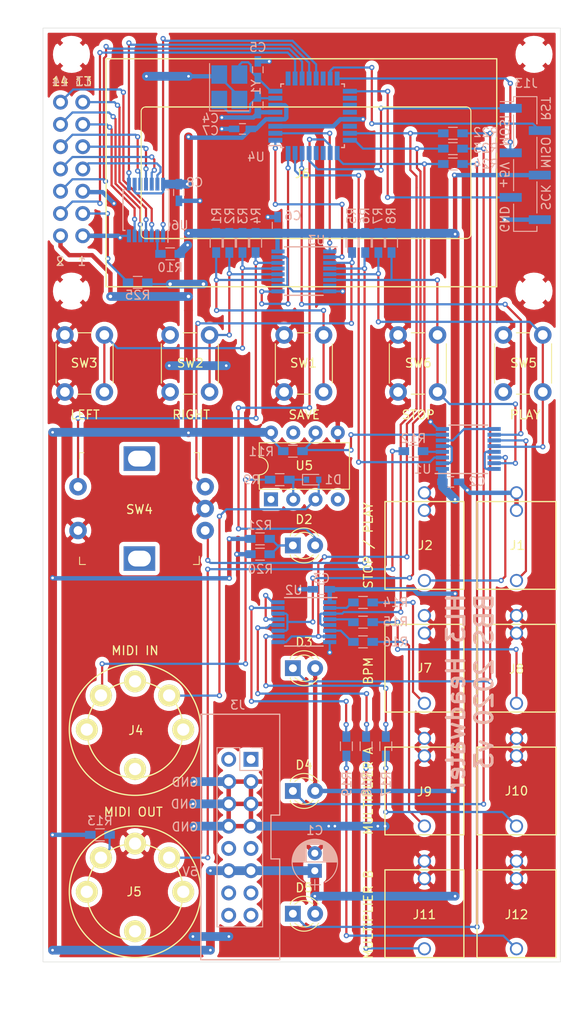
<source format=kicad_pcb>
(kicad_pcb (version 20171130) (host pcbnew "(5.1.2)-1")
  (layers (0 F.Cu signal) (31 B.Cu signal) (34 B.Paste user) (35 F.Paste user) (36 B.SilkS user) (37 F.SilkS user) (38 B.Mask user) (39 F.Mask user) (44 Edge.Cuts user))
  (net 0 "")
  (net 1 +5V)
  (net 2 /XTAL1)
  (net 3 /XTAL2)
  (net 4 "Net-(D1-Pad2)")
  (net 5 "Net-(D1-Pad1)")
  (net 6 "Net-(D2-Pad1)")
  (net 7 /STOP_PLAY_OUT)
  (net 8 /BPM_OUT)
  (net 9 /MULTIPLIER_A_OUT)
  (net 10 /MULTIPLIER_B_OUT)
  (net 11 "Net-(J1-Pad1)")
  (net 12 "Net-(J2-Pad1)")
  (net 13 "Net-(J3-Pad1)")
  (net 14 "Net-(J3-Pad2)")
  (net 15 "Net-(J3-Pad9)")
  (net 16 "Net-(J3-Pad10)")
  (net 17 "Net-(J3-Pad13)")
  (net 18 "Net-(J3-Pad14)")
  (net 19 "Net-(J3-Pad15)")
  (net 20 "Net-(J3-Pad16)")
  (net 21 "Net-(J6-Pad3)")
  (net 22 /LCD_RS)
  (net 23 /LCD_E)
  (net 24 /LCD_0)
  (net 25 /LCD_1)
  (net 26 /LCD_2)
  (net 27 /LCD_3)
  (net 28 /LCD_4)
  (net 29 /LCD_5)
  (net 30 /LCD_6)
  (net 31 /LCD_7)
  (net 32 "Net-(J7-Pad1)")
  (net 33 "Net-(J8-Pad1)")
  (net 34 "Net-(J9-Pad1)")
  (net 35 "Net-(J10-Pad1)")
  (net 36 "Net-(J11-Pad1)")
  (net 37 "Net-(J12-Pad1)")
  (net 38 /INPUT_SAVE)
  (net 39 /INPUT_RIGHT)
  (net 40 /INPUT_LEFT)
  (net 41 /INPUT_RE_SW)
  (net 42 /INPUT_RE_B)
  (net 43 /INPUT_PLAY)
  (net 44 /INPUT_STOP)
  (net 45 "Net-(J4-Pad4)")
  (net 46 "Net-(R10-Pad2)")
  (net 47 "Net-(R11-Pad2)")
  (net 48 "Net-(R12-Pad1)")
  (net 49 "Net-(J5-Pad5)")
  (net 50 "Net-(J5-Pad4)")
  (net 51 "Net-(R14-Pad2)")
  (net 52 "Net-(R15-Pad2)")
  (net 53 "Net-(R16-Pad2)")
  (net 54 "Net-(R17-Pad2)")
  (net 55 "Net-(R18-Pad2)")
  (net 56 "Net-(R19-Pad2)")
  (net 57 "Net-(U1-Pad2)")
  (net 58 /MIDI_OUT)
  (net 59 "Net-(U1-Pad6)")
  (net 60 /MIDI_IN)
  (net 61 /UI_SHIFT)
  (net 62 /UI_CLK)
  (net 63 /INPUT_RE_A)
  (net 64 "Net-(U3-Pad7)")
  (net 65 /UI_INPUT)
  (net 66 "Net-(U5-Pad1)")
  (net 67 "Net-(U5-Pad7)")
  (net 68 "Net-(U5-Pad4)")
  (net 69 /LCD_SR_DATA)
  (net 70 /LCD_SR_CLK)
  (net 71 "Net-(U4-Pad9)")
  (net 72 /SPI_SS)
  (net 73 /SPI_MOSI)
  (net 74 /SPI_MISO)
  (net 75 /SPI_SCK)
  (net 76 "Net-(U4-Pad18)")
  (net 77 "Net-(U4-Pad19)")
  (net 78 "Net-(U4-Pad20)")
  (net 79 "Net-(U4-Pad22)")
  (net 80 "Net-(U4-Pad27)")
  (net 81 "Net-(U4-Pad28)")
  (net 82 "Net-(J4-Pad2)")
  (net 83 "Net-(J4-Pad1)")
  (net 84 "Net-(J4-Pad3)")
  (net 85 "Net-(J5-Pad1)")
  (net 86 "Net-(J5-Pad3)")
  (net 87 GND)
  (net 88 "Net-(D3-Pad1)")
  (net 89 "Net-(D4-Pad1)")
  (net 90 "Net-(D5-Pad1)")
  (net 91 /RESET)
  (module Crystals:Crystal_SMD_3225-4pin_3.2x2.5mm_HandSoldering (layer B.Cu) (at 218.75 36.25 90)
    (fp_text reference Y1 (at 0 3.05 270) (layer B.SilkS) (effects (justify mirror)))
    (fp_text value "16MHz Crystal")
    (pad 1 smd rect (at -1.45 -1.15 90) (size 2.1 1.8) (layers B.Cu B.Paste B.Mask) (net 2 /XTAL1))
    (pad 2 smd rect (at 1.45 -1.15 90) (size 2.1 1.8) (layers B.Cu B.Paste B.Mask) (net 87 GND))
    (pad 3 smd rect (at 1.45 1.15 90) (size 2.1 1.8) (layers B.Cu B.Paste B.Mask) (net 3 /XTAL2))
    (pad 4 smd rect (at -1.45 1.15 90) (size 2.1 1.8) (layers B.Cu B.Paste B.Mask) (net 87 GND))
  )
  (module "BBS Components:LCD_0802A" (layer F.Cu) (at 227 46)
    (fp_text reference J6 (at 0.1 0.1) (layer F.SilkS))
    (fp_text value "LCD Header")
    (pad 1 np_thru_hole circle (at -26.25 -13.5) (size 3.2 3.2) (drill 3.2) (layers *.Cu *.Mask) (net 87 GND))
    (pad 1 np_thru_hole circle (at 26.5 -13.5) (size 3.2 3.2) (drill 3.2) (layers *.Cu *.Mask) (net 87 GND))
    (pad 1 np_thru_hole circle (at 26.5 13.5) (size 3.2 3.2) (drill 3.2) (layers *.Cu *.Mask) (net 87 GND))
    (pad 1 np_thru_hole circle (at -26.25 13.5) (size 3.2 3.2) (drill 3.2) (layers *.Cu *.Mask) (net 87 GND))
    (pad 14 thru_hole circle (at -27.5 -8.05) (size 1.7 1.7) (drill 1) (layers *.Cu *.Mask) (net 31 /LCD_7))
    (pad 13 thru_hole oval (at -24.96 -8.05) (size 1.7 1.7) (drill 1) (layers *.Cu *.Mask) (net 30 /LCD_6))
    (pad 12 thru_hole oval (at -27.5 -5.51) (size 1.7 1.7) (drill 1) (layers *.Cu *.Mask) (net 29 /LCD_5))
    (pad 11 thru_hole oval (at -24.96 -5.51) (size 1.7 1.7) (drill 1) (layers *.Cu *.Mask) (net 28 /LCD_4))
    (pad 10 thru_hole oval (at -27.5 -2.97) (size 1.7 1.7) (drill 1) (layers *.Cu *.Mask) (net 27 /LCD_3))
    (pad 9 thru_hole oval (at -24.96 -2.97) (size 1.7 1.7) (drill 1) (layers *.Cu *.Mask) (net 26 /LCD_2))
    (pad 8 thru_hole oval (at -27.5 -0.43) (size 1.7 1.7) (drill 1) (layers *.Cu *.Mask) (net 25 /LCD_1))
    (pad 7 thru_hole oval (at -24.96 -0.43) (size 1.7 1.7) (drill 1) (layers *.Cu *.Mask) (net 24 /LCD_0))
    (pad 6 thru_hole oval (at -27.5 2.11) (size 1.7 1.7) (drill 1) (layers *.Cu *.Mask) (net 23 /LCD_E))
    (pad 5 thru_hole oval (at -24.96 2.11) (size 1.7 1.7) (drill 1) (layers *.Cu *.Mask) (net 87 GND))
    (pad 4 thru_hole oval (at -27.5 4.65) (size 1.7 1.7) (drill 1) (layers *.Cu *.Mask) (net 22 /LCD_RS))
    (pad 3 thru_hole oval (at -24.96 4.65) (size 1.7 1.7) (drill 1) (layers *.Cu *.Mask) (net 21 "Net-(J6-Pad3)"))
    (pad 2 thru_hole oval (at -27.5 7.19) (size 1.7 1.7) (drill 1) (layers *.Cu *.Mask) (net 1 +5V))
    (pad 1 thru_hole oval (at -24.96 7.19) (size 1.7 1.7) (drill 1) (layers *.Cu *.Mask) (net 87 GND))
  )
  (module Resistors_SMD:R_0603_HandSoldering (layer B.Cu) (at 208.3 58.5)
    (fp_text reference R25 (at 0 1.45) (layer B.SilkS) (effects (justify mirror)))
    (fp_text value 2K2)
    (pad 1 smd rect (at -1.1 0) (size 1.2 0.9) (layers B.Cu B.Paste B.Mask) (net 21 "Net-(J6-Pad3)"))
    (pad 2 smd rect (at 1.1 0) (size 1.2 0.9) (layers B.Cu B.Paste B.Mask) (net 87 GND))
  )
  (module Pin_Headers:Pin_Header_Straight_1x06_Pitch2.54mm_SMD_Pin1Right (layer B.Cu) (at 252.5 45 180)
    (fp_text reference J13 (at -0.1 9.2) (layer B.SilkS) (effects (justify mirror)))
    (fp_text value Conn_01x06_Female)
    (pad 2 smd rect (at -1.655 3.81 180) (size 2.51 1) (layers B.Cu B.Paste B.Mask) (net 73 /SPI_MOSI))
    (pad 4 smd rect (at -1.655 -1.27 180) (size 2.51 1) (layers B.Cu B.Paste B.Mask) (net 1 +5V))
    (pad 6 smd rect (at -1.655 -6.35 180) (size 2.51 1) (layers B.Cu B.Paste B.Mask) (net 87 GND))
    (pad 1 smd rect (at 1.655 6.35 180) (size 2.51 1) (layers B.Cu B.Paste B.Mask) (net 91 /RESET))
    (pad 3 smd rect (at 1.655 1.27 180) (size 2.51 1) (layers B.Cu B.Paste B.Mask) (net 74 /SPI_MISO))
    (pad 5 smd rect (at 1.655 -3.81 180) (size 2.51 1) (layers B.Cu B.Paste B.Mask) (net 75 /SPI_SCK))
  )
  (module "BBS Components:Rotary_Encoder_Switched_PEC11R" (layer F.Cu) (at 208.5 90 90)
    (fp_text reference SW4 (at 5.6 0 180) (layer F.SilkS))
    (fp_text value "Rotary Encoder")
    (pad 3 thru_hole rect (at 0 0 90) (size 2.8 3.6) (drill oval 1.8 2.6) (layers *.Cu *.Mask))
    (pad 3 thru_hole rect (at 11.4 0 90) (size 2.8 3.6) (drill oval 1.8 2.6) (layers *.Cu *.Mask))
    (pad S1 thru_hole circle (at 3.2 -7 90) (size 2 2) (drill 1) (layers *.Cu *.Mask) (net 87 GND))
    (pad S2 thru_hole circle (at 8.2 -7 90) (size 2 2) (drill 1) (layers *.Cu *.Mask) (net 41 /INPUT_RE_SW))
    (pad A thru_hole circle (at 3.2 7.5 90) (size 2 2) (drill 1) (layers *.Cu *.Mask) (net 63 /INPUT_RE_A))
    (pad C thru_hole circle (at 5.7 7.5 90) (size 2 2) (drill 1) (layers *.Cu *.Mask) (net 87 GND))
    (pad B thru_hole circle (at 8.2 7.5 90) (size 2 2) (drill 1) (layers *.Cu *.Mask) (net 42 /INPUT_RE_B))
  )
  (module Housings_SSOP:TSSOP-16_4.4x5mm_Pitch0.65mm (layer B.Cu) (at 227.25 97.25 180)
    (fp_text reference U2 (at 1.15 3.65) (layer B.SilkS) (effects (justify mirror)))
    (fp_text value "4049 Outputs")
    (pad 1 smd rect (at -2.95 2.275 180) (size 1.5 0.45) (layers B.Cu B.Paste B.Mask) (net 1 +5V))
    (pad 2 smd rect (at -2.95 1.625 180) (size 1.5 0.45) (layers B.Cu B.Paste B.Mask) (net 51 "Net-(R14-Pad2)"))
    (pad 3 smd rect (at -2.95 0.975 180) (size 1.5 0.45) (layers B.Cu B.Paste B.Mask) (net 8 /BPM_OUT))
    (pad 4 smd rect (at -2.95 0.325 180) (size 1.5 0.45) (layers B.Cu B.Paste B.Mask) (net 52 "Net-(R15-Pad2)"))
    (pad 5 smd rect (at -2.95 -0.325 180) (size 1.5 0.45) (layers B.Cu B.Paste B.Mask) (net 8 /BPM_OUT))
    (pad 6 smd rect (at -2.95 -0.975 180) (size 1.5 0.45) (layers B.Cu B.Paste B.Mask) (net 53 "Net-(R16-Pad2)"))
    (pad 7 smd rect (at -2.95 -1.625 180) (size 1.5 0.45) (layers B.Cu B.Paste B.Mask) (net 9 /MULTIPLIER_A_OUT))
    (pad 8 smd rect (at -2.95 -2.275 180) (size 1.5 0.45) (layers B.Cu B.Paste B.Mask) (net 87 GND))
    (pad 9 smd rect (at 2.95 -2.275 180) (size 1.5 0.45) (layers B.Cu B.Paste B.Mask) (net 9 /MULTIPLIER_A_OUT))
    (pad 10 smd rect (at 2.95 -1.625 180) (size 1.5 0.45) (layers B.Cu B.Paste B.Mask) (net 54 "Net-(R17-Pad2)"))
    (pad 11 smd rect (at 2.95 -0.975 180) (size 1.5 0.45) (layers B.Cu B.Paste B.Mask) (net 10 /MULTIPLIER_B_OUT))
    (pad 12 smd rect (at 2.95 -0.325 180) (size 1.5 0.45) (layers B.Cu B.Paste B.Mask) (net 55 "Net-(R18-Pad2)"))
    (pad 13 smd rect (at 2.95 0.325 180) (size 1.5 0.45) (layers B.Cu B.Paste B.Mask))
    (pad 14 smd rect (at 2.95 0.975 180) (size 1.5 0.45) (layers B.Cu B.Paste B.Mask) (net 10 /MULTIPLIER_B_OUT))
    (pad 15 smd rect (at 2.95 1.625 180) (size 1.5 0.45) (layers B.Cu B.Paste B.Mask) (net 56 "Net-(R19-Pad2)"))
    (pad 16 smd rect (at 2.95 2.275 180) (size 1.5 0.45) (layers B.Cu B.Paste B.Mask))
  )
  (module "BBS Components:SD-50BV-5DIN" (layer F.Cu) (at 208 128 270)
    (fp_text reference J5 (at 0 0.1 180) (layer F.SilkS))
    (fp_text value DIN-5_180degree hide)
    (pad 4 thru_hole circle (at -3.89 3.89 270) (size 2.5 2.5) (drill 1.4) (layers *.Cu *.Mask F.SilkS) (net 50 "Net-(J5-Pad4)"))
    (pad 5 thru_hole circle (at -3.89 -3.89 270) (size 2.5 2.5) (drill 1.4) (layers *.Cu *.Mask F.SilkS) (net 49 "Net-(J5-Pad5)"))
    (pad 6 thru_hole circle (at 4.5 0 270) (size 2.5 2.5) (drill 1.4) (layers *.Cu *.Mask F.SilkS))
    (pad 2 thru_hole circle (at -5.5 0 270) (size 2.5 2.5) (drill 1.4) (layers *.Cu *.Mask F.SilkS) (net 87 GND))
    (pad 1 thru_hole circle (at 0 5.5 270) (size 2.5 2.5) (drill 1.4) (layers *.Cu *.Mask F.SilkS) (net 85 "Net-(J5-Pad1)"))
    (pad 3 thru_hole circle (at 0 -5.5 270) (size 2.5 2.5) (drill 1.4) (layers *.Cu *.Mask F.SilkS) (net 86 "Net-(J5-Pad3)"))
  )
  (module "BBS Components:SD-50BV-5DIN" (layer F.Cu) (at 208 109.5 270)
    (fp_text reference J4 (at 0.1 -0.1 180) (layer F.SilkS))
    (fp_text value DIN-5_180degree hide)
    (pad 4 thru_hole circle (at -3.89 3.89 270) (size 2.5 2.5) (drill 1.4) (layers *.Cu *.Mask F.SilkS) (net 45 "Net-(J4-Pad4)"))
    (pad 5 thru_hole circle (at -3.89 -3.89 270) (size 2.5 2.5) (drill 1.4) (layers *.Cu *.Mask F.SilkS) (net 4 "Net-(D1-Pad2)"))
    (pad 6 thru_hole circle (at 4.5 0 270) (size 2.5 2.5) (drill 1.4) (layers *.Cu *.Mask F.SilkS))
    (pad 2 thru_hole circle (at -5.5 0 270) (size 2.5 2.5) (drill 1.4) (layers *.Cu *.Mask F.SilkS) (net 82 "Net-(J4-Pad2)"))
    (pad 1 thru_hole circle (at 0 5.5 270) (size 2.5 2.5) (drill 1.4) (layers *.Cu *.Mask F.SilkS) (net 83 "Net-(J4-Pad1)"))
    (pad 3 thru_hole circle (at 0 -5.5 270) (size 2.5 2.5) (drill 1.4) (layers *.Cu *.Mask F.SilkS) (net 84 "Net-(J4-Pad3)"))
  )
  (module Buttons_Switches_THT:SW_PUSH_6mm_h8mm (layer F.Cu) (at 238 71 90)
    (fp_text reference SW6 (at 3.3 2.3 180) (layer F.SilkS))
    (fp_text value Stop)
    (pad 2 thru_hole circle (at 0 4.5 180) (size 2 2) (drill 1.1) (layers *.Cu *.Mask) (net 44 /INPUT_STOP))
    (pad 1 thru_hole circle (at 0 0 180) (size 2 2) (drill 1.1) (layers *.Cu *.Mask) (net 87 GND))
    (pad 2 thru_hole circle (at 6.5 4.5 180) (size 2 2) (drill 1.1) (layers *.Cu *.Mask) (net 44 /INPUT_STOP))
    (pad 1 thru_hole circle (at 6.5 0 180) (size 2 2) (drill 1.1) (layers *.Cu *.Mask) (net 87 GND))
  )
  (module Buttons_Switches_THT:SW_PUSH_6mm_h8mm (layer F.Cu) (at 250 71 90)
    (fp_text reference SW5 (at 3.3 2.3 180) (layer F.SilkS))
    (fp_text value Play)
    (pad 2 thru_hole circle (at 0 4.5 180) (size 2 2) (drill 1.1) (layers *.Cu *.Mask) (net 43 /INPUT_PLAY))
    (pad 1 thru_hole circle (at 0 0 180) (size 2 2) (drill 1.1) (layers *.Cu *.Mask) (net 87 GND))
    (pad 2 thru_hole circle (at 6.5 4.5 180) (size 2 2) (drill 1.1) (layers *.Cu *.Mask) (net 43 /INPUT_PLAY))
    (pad 1 thru_hole circle (at 6.5 0 180) (size 2 2) (drill 1.1) (layers *.Cu *.Mask) (net 87 GND))
  )
  (module Buttons_Switches_THT:SW_PUSH_6mm_h8mm (layer F.Cu) (at 200 71 90)
    (fp_text reference SW3 (at 3.3 2.2 180) (layer F.SilkS))
    (fp_text value Left)
    (pad 2 thru_hole circle (at 0 4.5 180) (size 2 2) (drill 1.1) (layers *.Cu *.Mask) (net 40 /INPUT_LEFT))
    (pad 1 thru_hole circle (at 0 0 180) (size 2 2) (drill 1.1) (layers *.Cu *.Mask) (net 87 GND))
    (pad 2 thru_hole circle (at 6.5 4.5 180) (size 2 2) (drill 1.1) (layers *.Cu *.Mask) (net 40 /INPUT_LEFT))
    (pad 1 thru_hole circle (at 6.5 0 180) (size 2 2) (drill 1.1) (layers *.Cu *.Mask) (net 87 GND))
  )
  (module Buttons_Switches_THT:SW_PUSH_6mm_h8mm (layer F.Cu) (at 212 71 90)
    (fp_text reference SW2 (at 3.3 2.3 180) (layer F.SilkS))
    (fp_text value Right)
    (pad 2 thru_hole circle (at 0 4.5 180) (size 2 2) (drill 1.1) (layers *.Cu *.Mask) (net 39 /INPUT_RIGHT))
    (pad 1 thru_hole circle (at 0 0 180) (size 2 2) (drill 1.1) (layers *.Cu *.Mask) (net 87 GND))
    (pad 2 thru_hole circle (at 6.5 4.5 180) (size 2 2) (drill 1.1) (layers *.Cu *.Mask) (net 39 /INPUT_RIGHT))
    (pad 1 thru_hole circle (at 6.5 0 180) (size 2 2) (drill 1.1) (layers *.Cu *.Mask) (net 87 GND))
  )
  (module Buttons_Switches_THT:SW_PUSH_6mm_h8mm (layer F.Cu) (at 225 71 90)
    (fp_text reference SW1 (at 3.3 2.2 180) (layer F.SilkS))
    (fp_text value Save)
    (pad 2 thru_hole circle (at 0 4.5 180) (size 2 2) (drill 1.1) (layers *.Cu *.Mask) (net 38 /INPUT_SAVE))
    (pad 1 thru_hole circle (at 0 0 180) (size 2 2) (drill 1.1) (layers *.Cu *.Mask) (net 87 GND))
    (pad 2 thru_hole circle (at 6.5 4.5 180) (size 2 2) (drill 1.1) (layers *.Cu *.Mask) (net 38 /INPUT_SAVE))
    (pad 1 thru_hole circle (at 6.5 0 180) (size 2 2) (drill 1.1) (layers *.Cu *.Mask) (net 87 GND))
  )
  (module Housings_QFP:TQFP-32_7x7mm_Pitch0.8mm (layer B.Cu) (at 228.25 39.5)
    (fp_text reference U4 (at -6.45 4.7) (layer B.SilkS) (effects (justify mirror)))
    (fp_text value ATmega328P-AU)
    (pad 1 smd rect (at -4.25 2.8) (size 1.6 0.55) (layers B.Cu B.Paste B.Mask) (net 62 /UI_CLK))
    (pad 2 smd rect (at -4.25 2) (size 1.6 0.55) (layers B.Cu B.Paste B.Mask) (net 61 /UI_SHIFT))
    (pad 3 smd rect (at -4.25 1.2) (size 1.6 0.55) (layers B.Cu B.Paste B.Mask) (net 87 GND))
    (pad 4 smd rect (at -4.25 0.4) (size 1.6 0.55) (layers B.Cu B.Paste B.Mask) (net 1 +5V))
    (pad 5 smd rect (at -4.25 -0.4) (size 1.6 0.55) (layers B.Cu B.Paste B.Mask) (net 87 GND))
    (pad 6 smd rect (at -4.25 -1.2) (size 1.6 0.55) (layers B.Cu B.Paste B.Mask) (net 1 +5V))
    (pad 7 smd rect (at -4.25 -2) (size 1.6 0.55) (layers B.Cu B.Paste B.Mask) (net 2 /XTAL1))
    (pad 8 smd rect (at -4.25 -2.8) (size 1.6 0.55) (layers B.Cu B.Paste B.Mask) (net 3 /XTAL2))
    (pad 9 smd rect (at -2.8 -4.25 270) (size 1.6 0.55) (layers B.Cu B.Paste B.Mask) (net 71 "Net-(U4-Pad9)"))
    (pad 10 smd rect (at -2 -4.25 270) (size 1.6 0.55) (layers B.Cu B.Paste B.Mask) (net 22 /LCD_RS))
    (pad 11 smd rect (at -1.2 -4.25 270) (size 1.6 0.55) (layers B.Cu B.Paste B.Mask) (net 23 /LCD_E))
    (pad 12 smd rect (at -0.4 -4.25 270) (size 1.6 0.55) (layers B.Cu B.Paste B.Mask) (net 70 /LCD_SR_CLK))
    (pad 13 smd rect (at 0.4 -4.25 270) (size 1.6 0.55) (layers B.Cu B.Paste B.Mask) (net 69 /LCD_SR_DATA))
    (pad 14 smd rect (at 1.2 -4.25 270) (size 1.6 0.55) (layers B.Cu B.Paste B.Mask) (net 72 /SPI_SS))
    (pad 15 smd rect (at 2 -4.25 270) (size 1.6 0.55) (layers B.Cu B.Paste B.Mask) (net 73 /SPI_MOSI))
    (pad 16 smd rect (at 2.8 -4.25 270) (size 1.6 0.55) (layers B.Cu B.Paste B.Mask) (net 74 /SPI_MISO))
    (pad 17 smd rect (at 4.25 -2.8) (size 1.6 0.55) (layers B.Cu B.Paste B.Mask) (net 75 /SPI_SCK))
    (pad 18 smd rect (at 4.25 -2) (size 1.6 0.55) (layers B.Cu B.Paste B.Mask) (net 76 "Net-(U4-Pad18)"))
    (pad 19 smd rect (at 4.25 -1.2) (size 1.6 0.55) (layers B.Cu B.Paste B.Mask) (net 77 "Net-(U4-Pad19)"))
    (pad 20 smd rect (at 4.25 -0.4) (size 1.6 0.55) (layers B.Cu B.Paste B.Mask) (net 78 "Net-(U4-Pad20)"))
    (pad 21 smd rect (at 4.25 0.4) (size 1.6 0.55) (layers B.Cu B.Paste B.Mask) (net 87 GND))
    (pad 22 smd rect (at 4.25 1.2) (size 1.6 0.55) (layers B.Cu B.Paste B.Mask) (net 79 "Net-(U4-Pad22)"))
    (pad 23 smd rect (at 4.25 2) (size 1.6 0.55) (layers B.Cu B.Paste B.Mask) (net 8 /BPM_OUT))
    (pad 24 smd rect (at 4.25 2.8) (size 1.6 0.55) (layers B.Cu B.Paste B.Mask) (net 9 /MULTIPLIER_A_OUT))
    (pad 25 smd rect (at 2.8 4.25 270) (size 1.6 0.55) (layers B.Cu B.Paste B.Mask) (net 10 /MULTIPLIER_B_OUT))
    (pad 26 smd rect (at 2 4.25 270) (size 1.6 0.55) (layers B.Cu B.Paste B.Mask) (net 7 /STOP_PLAY_OUT))
    (pad 27 smd rect (at 1.2 4.25 270) (size 1.6 0.55) (layers B.Cu B.Paste B.Mask) (net 80 "Net-(U4-Pad27)"))
    (pad 28 smd rect (at 0.4 4.25 270) (size 1.6 0.55) (layers B.Cu B.Paste B.Mask) (net 81 "Net-(U4-Pad28)"))
    (pad 29 smd rect (at -0.4 4.25 270) (size 1.6 0.55) (layers B.Cu B.Paste B.Mask) (net 91 /RESET))
    (pad 30 smd rect (at -1.2 4.25 270) (size 1.6 0.55) (layers B.Cu B.Paste B.Mask) (net 60 /MIDI_IN))
    (pad 31 smd rect (at -2 4.25 270) (size 1.6 0.55) (layers B.Cu B.Paste B.Mask) (net 58 /MIDI_OUT))
    (pad 32 smd rect (at -2.8 4.25 270) (size 1.6 0.55) (layers B.Cu B.Paste B.Mask) (net 65 /UI_INPUT))
  )
  (module Housings_SSOP:TSSOP-14_4.4x5mm_Pitch0.65mm (layer B.Cu) (at 209.25 50.25 90)
    (fp_text reference U6 (at -1.75 3.85 180) (layer B.SilkS) (effects (justify mirror)))
    (fp_text value "74164 LCD Shift Register")
    (pad 1 smd rect (at -2.95 1.95 90) (size 1.45 0.45) (layers B.Cu B.Paste B.Mask) (net 69 /LCD_SR_DATA))
    (pad 2 smd rect (at -2.95 1.3 90) (size 1.45 0.45) (layers B.Cu B.Paste B.Mask) (net 46 "Net-(R10-Pad2)"))
    (pad 3 smd rect (at -2.95 0.65 90) (size 1.45 0.45) (layers B.Cu B.Paste B.Mask) (net 31 /LCD_7))
    (pad 4 smd rect (at -2.95 0 90) (size 1.45 0.45) (layers B.Cu B.Paste B.Mask) (net 30 /LCD_6))
    (pad 5 smd rect (at -2.95 -0.65 90) (size 1.45 0.45) (layers B.Cu B.Paste B.Mask) (net 29 /LCD_5))
    (pad 6 smd rect (at -2.95 -1.3 90) (size 1.45 0.45) (layers B.Cu B.Paste B.Mask) (net 28 /LCD_4))
    (pad 7 smd rect (at -2.95 -1.95 90) (size 1.45 0.45) (layers B.Cu B.Paste B.Mask) (net 87 GND))
    (pad 8 smd rect (at 2.95 -1.95 90) (size 1.45 0.45) (layers B.Cu B.Paste B.Mask) (net 70 /LCD_SR_CLK))
    (pad 9 smd rect (at 2.95 -1.3 90) (size 1.45 0.45) (layers B.Cu B.Paste B.Mask) (net 1 +5V))
    (pad 10 smd rect (at 2.95 -0.65 90) (size 1.45 0.45) (layers B.Cu B.Paste B.Mask) (net 27 /LCD_3))
    (pad 11 smd rect (at 2.95 0 90) (size 1.45 0.45) (layers B.Cu B.Paste B.Mask) (net 26 /LCD_2))
    (pad 12 smd rect (at 2.95 0.65 90) (size 1.45 0.45) (layers B.Cu B.Paste B.Mask) (net 25 /LCD_1))
    (pad 13 smd rect (at 2.95 1.3 90) (size 1.45 0.45) (layers B.Cu B.Paste B.Mask) (net 24 /LCD_0))
    (pad 14 smd rect (at 2.95 1.95 90) (size 1.45 0.45) (layers B.Cu B.Paste B.Mask) (net 1 +5V))
  )
  (module Housings_DIP:DIP-8_W7.62mm (layer F.Cu) (at 223.5 83.25 90)
    (fp_text reference U5 (at 3.85 3.8 180) (layer F.SilkS))
    (fp_text value 6N137)
    (pad 1 thru_hole rect (at 0 0 90) (size 1.6 1.6) (drill 0.8) (layers *.Cu *.Mask) (net 66 "Net-(U5-Pad1)"))
    (pad 5 thru_hole oval (at 7.62 7.62 90) (size 1.6 1.6) (drill 0.8) (layers *.Cu *.Mask) (net 87 GND))
    (pad 2 thru_hole oval (at 0 2.54 90) (size 1.6 1.6) (drill 0.8) (layers *.Cu *.Mask) (net 5 "Net-(D1-Pad1)"))
    (pad 6 thru_hole oval (at 7.62 5.08 90) (size 1.6 1.6) (drill 0.8) (layers *.Cu *.Mask) (net 47 "Net-(R11-Pad2)"))
    (pad 3 thru_hole oval (at 0 5.08 90) (size 1.6 1.6) (drill 0.8) (layers *.Cu *.Mask) (net 4 "Net-(D1-Pad2)"))
    (pad 7 thru_hole oval (at 7.62 2.54 90) (size 1.6 1.6) (drill 0.8) (layers *.Cu *.Mask) (net 67 "Net-(U5-Pad7)"))
    (pad 4 thru_hole oval (at 0 7.62 90) (size 1.6 1.6) (drill 0.8) (layers *.Cu *.Mask) (net 68 "Net-(U5-Pad4)"))
    (pad 8 thru_hole oval (at 7.62 0 90) (size 1.6 1.6) (drill 0.8) (layers *.Cu *.Mask) (net 1 +5V))
  )
  (module Housings_SSOP:TSSOP-16_4.4x5mm_Pitch0.65mm (layer B.Cu) (at 227.25 57.25 180)
    (fp_text reference U3 (at -1.45 3.55) (layer B.SilkS) (effects (justify mirror)))
    (fp_text value "74165 UI Shift Register")
    (pad 1 smd rect (at -2.95 2.275 180) (size 1.5 0.45) (layers B.Cu B.Paste B.Mask) (net 61 /UI_SHIFT))
    (pad 2 smd rect (at -2.95 1.625 180) (size 1.5 0.45) (layers B.Cu B.Paste B.Mask) (net 62 /UI_CLK))
    (pad 3 smd rect (at -2.95 0.975 180) (size 1.5 0.45) (layers B.Cu B.Paste B.Mask) (net 42 /INPUT_RE_B))
    (pad 4 smd rect (at -2.95 0.325 180) (size 1.5 0.45) (layers B.Cu B.Paste B.Mask) (net 63 /INPUT_RE_A))
    (pad 5 smd rect (at -2.95 -0.325 180) (size 1.5 0.45) (layers B.Cu B.Paste B.Mask) (net 43 /INPUT_PLAY))
    (pad 6 smd rect (at -2.95 -0.975 180) (size 1.5 0.45) (layers B.Cu B.Paste B.Mask) (net 44 /INPUT_STOP))
    (pad 7 smd rect (at -2.95 -1.625 180) (size 1.5 0.45) (layers B.Cu B.Paste B.Mask) (net 64 "Net-(U3-Pad7)"))
    (pad 8 smd rect (at -2.95 -2.275 180) (size 1.5 0.45) (layers B.Cu B.Paste B.Mask) (net 87 GND))
    (pad 9 smd rect (at 2.95 -2.275 180) (size 1.5 0.45) (layers B.Cu B.Paste B.Mask) (net 65 /UI_INPUT))
    (pad 10 smd rect (at 2.95 -1.625 180) (size 1.5 0.45) (layers B.Cu B.Paste B.Mask) (net 87 GND))
    (pad 11 smd rect (at 2.95 -0.975 180) (size 1.5 0.45) (layers B.Cu B.Paste B.Mask) (net 38 /INPUT_SAVE))
    (pad 12 smd rect (at 2.95 -0.325 180) (size 1.5 0.45) (layers B.Cu B.Paste B.Mask) (net 39 /INPUT_RIGHT))
    (pad 13 smd rect (at 2.95 0.325 180) (size 1.5 0.45) (layers B.Cu B.Paste B.Mask) (net 40 /INPUT_LEFT))
    (pad 14 smd rect (at 2.95 0.975 180) (size 1.5 0.45) (layers B.Cu B.Paste B.Mask) (net 41 /INPUT_RE_SW))
    (pad 15 smd rect (at 2.95 1.625 180) (size 1.5 0.45) (layers B.Cu B.Paste B.Mask) (net 87 GND))
    (pad 16 smd rect (at 2.95 2.275 180) (size 1.5 0.45) (layers B.Cu B.Paste B.Mask) (net 1 +5V))
  )
  (module Housings_SSOP:TSSOP-16_4.4x5mm_Pitch0.65mm (layer B.Cu) (at 246 77.5)
    (fp_text reference U1 (at -5.2 2.3) (layer B.SilkS) (effects (justify mirror)))
    (fp_text value 4049)
    (pad 1 smd rect (at -2.95 2.275) (size 1.5 0.45) (layers B.Cu B.Paste B.Mask) (net 1 +5V))
    (pad 2 smd rect (at -2.95 1.625) (size 1.5 0.45) (layers B.Cu B.Paste B.Mask) (net 57 "Net-(U1-Pad2)"))
    (pad 3 smd rect (at -2.95 0.975) (size 1.5 0.45) (layers B.Cu B.Paste B.Mask) (net 58 /MIDI_OUT))
    (pad 4 smd rect (at -2.95 0.325) (size 1.5 0.45) (layers B.Cu B.Paste B.Mask) (net 48 "Net-(R12-Pad1)"))
    (pad 5 smd rect (at -2.95 -0.325) (size 1.5 0.45) (layers B.Cu B.Paste B.Mask) (net 57 "Net-(U1-Pad2)"))
    (pad 6 smd rect (at -2.95 -0.975) (size 1.5 0.45) (layers B.Cu B.Paste B.Mask) (net 59 "Net-(U1-Pad6)"))
    (pad 7 smd rect (at -2.95 -1.625) (size 1.5 0.45) (layers B.Cu B.Paste B.Mask) (net 47 "Net-(R11-Pad2)"))
    (pad 8 smd rect (at -2.95 -2.275) (size 1.5 0.45) (layers B.Cu B.Paste B.Mask) (net 87 GND))
    (pad 9 smd rect (at 2.95 -2.275) (size 1.5 0.45) (layers B.Cu B.Paste B.Mask) (net 59 "Net-(U1-Pad6)"))
    (pad 10 smd rect (at 2.95 -1.625) (size 1.5 0.45) (layers B.Cu B.Paste B.Mask) (net 60 /MIDI_IN))
    (pad 11 smd rect (at 2.95 -0.975) (size 1.5 0.45) (layers B.Cu B.Paste B.Mask) (net 11 "Net-(J1-Pad1)"))
    (pad 12 smd rect (at 2.95 -0.325) (size 1.5 0.45) (layers B.Cu B.Paste B.Mask) (net 43 /INPUT_PLAY))
    (pad 13 smd rect (at 2.95 0.325) (size 1.5 0.45) (layers B.Cu B.Paste B.Mask))
    (pad 14 smd rect (at 2.95 0.975) (size 1.5 0.45) (layers B.Cu B.Paste B.Mask) (net 12 "Net-(J2-Pad1)"))
    (pad 15 smd rect (at 2.95 1.625) (size 1.5 0.45) (layers B.Cu B.Paste B.Mask) (net 44 /INPUT_STOP))
    (pad 16 smd rect (at 2.95 2.275) (size 1.5 0.45) (layers B.Cu B.Paste B.Mask))
  )
  (module Resistors_SMD:R_0603_HandSoldering (layer B.Cu) (at 244.25 45)
    (fp_text reference R24 (at 3.75 0) (layer B.SilkS) (effects (justify mirror)))
    (fp_text value 10K)
    (pad 1 smd rect (at -1.1 0) (size 1.2 0.9) (layers B.Cu B.Paste B.Mask) (net 10 /MULTIPLIER_B_OUT))
    (pad 2 smd rect (at 1.1 0) (size 1.2 0.9) (layers B.Cu B.Paste B.Mask) (net 90 "Net-(D5-Pad1)"))
  )
  (module Resistors_SMD:R_0603_HandSoldering (layer B.Cu) (at 244.25 43.25)
    (fp_text reference R23 (at 3.75 -0.05) (layer B.SilkS) (effects (justify mirror)))
    (fp_text value 10K)
    (pad 1 smd rect (at -1.1 0) (size 1.2 0.9) (layers B.Cu B.Paste B.Mask) (net 9 /MULTIPLIER_A_OUT))
    (pad 2 smd rect (at 1.1 0) (size 1.2 0.9) (layers B.Cu B.Paste B.Mask) (net 89 "Net-(D4-Pad1)"))
  )
  (module Resistors_SMD:R_0603_HandSoldering (layer B.Cu) (at 244.25 41.5)
    (fp_text reference R22 (at 3.75 -0.1) (layer B.SilkS) (effects (justify mirror)))
    (fp_text value 10K)
    (pad 1 smd rect (at -1.1 0) (size 1.2 0.9) (layers B.Cu B.Paste B.Mask) (net 8 /BPM_OUT))
    (pad 2 smd rect (at 1.1 0) (size 1.2 0.9) (layers B.Cu B.Paste B.Mask) (net 88 "Net-(D3-Pad1)"))
  )
  (module Resistors_SMD:R_0603_HandSoldering (layer B.Cu) (at 222.25 89.5 180)
    (fp_text reference R21 (at 0.05 3.3) (layer B.SilkS) (effects (justify mirror)))
    (fp_text value 10K)
    (pad 1 smd rect (at -1.1 0 180) (size 1.2 0.9) (layers B.Cu B.Paste B.Mask) (net 6 "Net-(D2-Pad1)"))
    (pad 2 smd rect (at 1.1 0 180) (size 1.2 0.9) (layers B.Cu B.Paste B.Mask) (net 87 GND))
  )
  (module Resistors_SMD:R_0603_HandSoldering (layer B.Cu) (at 222.25 87.75)
    (fp_text reference R20 (at 0.05 3.45) (layer B.SilkS) (effects (justify mirror)))
    (fp_text value 10K)
    (pad 1 smd rect (at -1.1 0) (size 1.2 0.9) (layers B.Cu B.Paste B.Mask) (net 1 +5V))
    (pad 2 smd rect (at 1.1 0) (size 1.2 0.9) (layers B.Cu B.Paste B.Mask) (net 6 "Net-(D2-Pad1)"))
  )
  (module Resistors_SMD:R_0603_HandSoldering (layer B.Cu) (at 232.1 111.4 90)
    (fp_text reference R19 (at -4.3 0.05 90) (layer B.SilkS) (effects (justify mirror)))
    (fp_text value 1K)
    (pad 1 smd rect (at -1.1 0 90) (size 1.2 0.9) (layers B.Cu B.Paste B.Mask) (net 37 "Net-(J12-Pad1)"))
    (pad 2 smd rect (at 1.1 0 90) (size 1.2 0.9) (layers B.Cu B.Paste B.Mask) (net 56 "Net-(R19-Pad2)"))
  )
  (module Resistors_SMD:R_0603_HandSoldering (layer B.Cu) (at 234.35 111.4 90)
    (fp_text reference R18 (at -4.3 0.05 90) (layer B.SilkS) (effects (justify mirror)))
    (fp_text value 1K)
    (pad 1 smd rect (at -1.1 0 90) (size 1.2 0.9) (layers B.Cu B.Paste B.Mask) (net 36 "Net-(J11-Pad1)"))
    (pad 2 smd rect (at 1.1 0 90) (size 1.2 0.9) (layers B.Cu B.Paste B.Mask) (net 55 "Net-(R18-Pad2)"))
  )
  (module Resistors_SMD:R_0603_HandSoldering (layer B.Cu) (at 236.6 111.4 90)
    (fp_text reference R17 (at -4.3 0.05 90) (layer B.SilkS) (effects (justify mirror)))
    (fp_text value 1K)
    (pad 1 smd rect (at -1.1 0 90) (size 1.2 0.9) (layers B.Cu B.Paste B.Mask) (net 35 "Net-(J10-Pad1)"))
    (pad 2 smd rect (at 1.1 0 90) (size 1.2 0.9) (layers B.Cu B.Paste B.Mask) (net 54 "Net-(R17-Pad2)"))
  )
  (module Resistors_SMD:R_0603_HandSoldering (layer B.Cu) (at 234 99.5 180)
    (fp_text reference R16 (at -3.7 0) (layer B.SilkS) (effects (justify mirror)))
    (fp_text value 1K)
    (pad 1 smd rect (at -1.1 0 180) (size 1.2 0.9) (layers B.Cu B.Paste B.Mask) (net 34 "Net-(J9-Pad1)"))
    (pad 2 smd rect (at 1.1 0 180) (size 1.2 0.9) (layers B.Cu B.Paste B.Mask) (net 53 "Net-(R16-Pad2)"))
  )
  (module Resistors_SMD:R_0603_HandSoldering (layer B.Cu) (at 234 97.25 180)
    (fp_text reference R15 (at -3.7 0.05) (layer B.SilkS) (effects (justify mirror)))
    (fp_text value 1K)
    (pad 1 smd rect (at -1.1 0 180) (size 1.2 0.9) (layers B.Cu B.Paste B.Mask) (net 33 "Net-(J8-Pad1)"))
    (pad 2 smd rect (at 1.1 0 180) (size 1.2 0.9) (layers B.Cu B.Paste B.Mask) (net 52 "Net-(R15-Pad2)"))
  )
  (module Resistors_SMD:R_0603_HandSoldering (layer B.Cu) (at 234 95 180)
    (fp_text reference R14 (at -3.7 0) (layer B.SilkS) (effects (justify mirror)))
    (fp_text value 1K)
    (pad 1 smd rect (at -1.1 0 180) (size 1.2 0.9) (layers B.Cu B.Paste B.Mask) (net 32 "Net-(J7-Pad1)"))
    (pad 2 smd rect (at 1.1 0 180) (size 1.2 0.9) (layers B.Cu B.Paste B.Mask) (net 51 "Net-(R14-Pad2)"))
  )
  (module Resistors_SMD:R_0603_HandSoldering (layer B.Cu) (at 204 121.5)
    (fp_text reference R13 (at 0 -1.6) (layer B.SilkS) (effects (justify mirror)))
    (fp_text value 220)
    (pad 1 smd rect (at -1.1 0) (size 1.2 0.9) (layers B.Cu B.Paste B.Mask) (net 1 +5V))
    (pad 2 smd rect (at 1.1 0) (size 1.2 0.9) (layers B.Cu B.Paste B.Mask) (net 50 "Net-(J5-Pad4)"))
  )
  (module Resistors_SMD:R_0603_HandSoldering (layer B.Cu) (at 239.75 77.75 180)
    (fp_text reference R12 (at 0 1.45) (layer B.SilkS) (effects (justify mirror)))
    (fp_text value 220)
    (pad 1 smd rect (at -1.1 0 180) (size 1.2 0.9) (layers B.Cu B.Paste B.Mask) (net 48 "Net-(R12-Pad1)"))
    (pad 2 smd rect (at 1.1 0 180) (size 1.2 0.9) (layers B.Cu B.Paste B.Mask) (net 49 "Net-(J5-Pad5)"))
  )
  (module Resistors_SMD:R_0603_HandSoldering (layer B.Cu) (at 226 77.75)
    (fp_text reference R11 (at -3.6 0.05) (layer B.SilkS) (effects (justify mirror)))
    (fp_text value 10K)
    (pad 1 smd rect (at -1.1 0) (size 1.2 0.9) (layers B.Cu B.Paste B.Mask) (net 1 +5V))
    (pad 2 smd rect (at 1.1 0) (size 1.2 0.9) (layers B.Cu B.Paste B.Mask) (net 47 "Net-(R11-Pad2)"))
  )
  (module Resistors_SMD:R_0603_HandSoldering (layer B.Cu) (at 212 55.25 180)
    (fp_text reference R10 (at 0 -1.55) (layer B.SilkS) (effects (justify mirror)))
    (fp_text value 10K)
    (pad 1 smd rect (at -1.1 0 180) (size 1.2 0.9) (layers B.Cu B.Paste B.Mask) (net 1 +5V))
    (pad 2 smd rect (at 1.1 0 180) (size 1.2 0.9) (layers B.Cu B.Paste B.Mask) (net 46 "Net-(R10-Pad2)"))
  )
  (module Resistors_SMD:R_0603_HandSoldering (layer B.Cu) (at 224.5 81 180)
    (fp_text reference R9 (at 3.2 0) (layer B.SilkS) (effects (justify mirror)))
    (fp_text value 220)
    (pad 1 smd rect (at -1.1 0 180) (size 1.2 0.9) (layers B.Cu B.Paste B.Mask) (net 5 "Net-(D1-Pad1)"))
    (pad 2 smd rect (at 1.1 0 180) (size 1.2 0.9) (layers B.Cu B.Paste B.Mask) (net 45 "Net-(J4-Pad4)"))
  )
  (module Resistors_SMD:R_0603_HandSoldering (layer B.Cu) (at 237.25 54 90)
    (fp_text reference R8 (at 3.1 -0.05 90) (layer B.SilkS) (effects (justify mirror)))
    (fp_text value 10K)
    (pad 1 smd rect (at -1.1 0 90) (size 1.2 0.9) (layers B.Cu B.Paste B.Mask) (net 44 /INPUT_STOP))
    (pad 2 smd rect (at 1.1 0 90) (size 1.2 0.9) (layers B.Cu B.Paste B.Mask) (net 1 +5V))
  )
  (module Resistors_SMD:R_0603_HandSoldering (layer B.Cu) (at 235.75 54 90)
    (fp_text reference R7 (at 3.1 -0.05 90) (layer B.SilkS) (effects (justify mirror)))
    (fp_text value 10K)
    (pad 1 smd rect (at -1.1 0 90) (size 1.2 0.9) (layers B.Cu B.Paste B.Mask) (net 43 /INPUT_PLAY))
    (pad 2 smd rect (at 1.1 0 90) (size 1.2 0.9) (layers B.Cu B.Paste B.Mask) (net 1 +5V))
  )
  (module Resistors_SMD:R_0603_HandSoldering (layer B.Cu) (at 234.25 54 90)
    (fp_text reference R6 (at 3.1 -0.05 90) (layer B.SilkS) (effects (justify mirror)))
    (fp_text value 10K)
    (pad 1 smd rect (at -1.1 0 90) (size 1.2 0.9) (layers B.Cu B.Paste B.Mask) (net 63 /INPUT_RE_A))
    (pad 2 smd rect (at 1.1 0 90) (size 1.2 0.9) (layers B.Cu B.Paste B.Mask) (net 1 +5V))
  )
  (module Resistors_SMD:R_0603_HandSoldering (layer B.Cu) (at 232.75 54 90)
    (fp_text reference R5 (at 3.1 -0.05 90) (layer B.SilkS) (effects (justify mirror)))
    (fp_text value 10K)
    (pad 1 smd rect (at -1.1 0 90) (size 1.2 0.9) (layers B.Cu B.Paste B.Mask) (net 42 /INPUT_RE_B))
    (pad 2 smd rect (at 1.1 0 90) (size 1.2 0.9) (layers B.Cu B.Paste B.Mask) (net 1 +5V))
  )
  (module Resistors_SMD:R_0603_HandSoldering (layer B.Cu) (at 221.75 54 90)
    (fp_text reference R4 (at 3.1 0.05 90) (layer B.SilkS) (effects (justify mirror)))
    (fp_text value 10K)
    (pad 1 smd rect (at -1.1 0 90) (size 1.2 0.9) (layers B.Cu B.Paste B.Mask) (net 41 /INPUT_RE_SW))
    (pad 2 smd rect (at 1.1 0 90) (size 1.2 0.9) (layers B.Cu B.Paste B.Mask) (net 1 +5V))
  )
  (module Resistors_SMD:R_0603_HandSoldering (layer B.Cu) (at 220.25 54 90)
    (fp_text reference R3 (at 3.1 0.05 90) (layer B.SilkS) (effects (justify mirror)))
    (fp_text value 10K)
    (pad 1 smd rect (at -1.1 0 90) (size 1.2 0.9) (layers B.Cu B.Paste B.Mask) (net 40 /INPUT_LEFT))
    (pad 2 smd rect (at 1.1 0 90) (size 1.2 0.9) (layers B.Cu B.Paste B.Mask) (net 1 +5V))
  )
  (module Resistors_SMD:R_0603_HandSoldering (layer B.Cu) (at 218.75 54 90)
    (fp_text reference R2 (at 3.1 0.05 90) (layer B.SilkS) (effects (justify mirror)))
    (fp_text value 10K)
    (pad 1 smd rect (at -1.1 0 90) (size 1.2 0.9) (layers B.Cu B.Paste B.Mask) (net 39 /INPUT_RIGHT))
    (pad 2 smd rect (at 1.1 0 90) (size 1.2 0.9) (layers B.Cu B.Paste B.Mask) (net 1 +5V))
  )
  (module Resistors_SMD:R_0603_HandSoldering (layer B.Cu) (at 217.25 54 90)
    (fp_text reference R1 (at 3.1 0.05 90) (layer B.SilkS) (effects (justify mirror)))
    (fp_text value 10K)
    (pad 1 smd rect (at -1.1 0 90) (size 1.2 0.9) (layers B.Cu B.Paste B.Mask) (net 38 /INPUT_SAVE))
    (pad 2 smd rect (at 1.1 0 90) (size 1.2 0.9) (layers B.Cu B.Paste B.Mask) (net 1 +5V))
  )
  (module Synthrotek:Synthrotek_mono_audio_jack_with_switch (layer F.Cu) (at 251.5 130.5 90)
    (fp_text reference J12 (at -0.1 0 180) (layer F.SilkS))
    (fp_text value "Multiplier B2")
    (pad 2 thru_hole circle (at 6 0 90) (size 1.5 1.5) (drill 1.1) (layers *.Cu *.Mask) (net 87 GND))
    (pad 3 thru_hole circle (at 4 0 90) (size 1.5 1.5) (drill 1.1) (layers *.Cu *.Mask) (net 87 GND))
    (pad 1 thru_hole circle (at -4 0 90) (size 1.5 1.5) (drill 1.1) (layers *.Cu *.Mask) (net 37 "Net-(J12-Pad1)"))
  )
  (module Synthrotek:Synthrotek_mono_audio_jack_with_switch (layer F.Cu) (at 241 130.5 90)
    (fp_text reference J11 (at -0.1 0 180) (layer F.SilkS))
    (fp_text value "Multiplier B1")
    (pad 2 thru_hole circle (at 6 0 90) (size 1.5 1.5) (drill 1.1) (layers *.Cu *.Mask) (net 87 GND))
    (pad 3 thru_hole circle (at 4 0 90) (size 1.5 1.5) (drill 1.1) (layers *.Cu *.Mask) (net 87 GND))
    (pad 1 thru_hole circle (at -4 0 90) (size 1.5 1.5) (drill 1.1) (layers *.Cu *.Mask) (net 36 "Net-(J11-Pad1)"))
  )
  (module Synthrotek:Synthrotek_mono_audio_jack_with_switch (layer F.Cu) (at 251.5 116.5 90)
    (fp_text reference J10 (at 0 0 180) (layer F.SilkS))
    (fp_text value "Multiplier A2")
    (pad 2 thru_hole circle (at 6 0 90) (size 1.5 1.5) (drill 1.1) (layers *.Cu *.Mask) (net 87 GND))
    (pad 3 thru_hole circle (at 4 0 90) (size 1.5 1.5) (drill 1.1) (layers *.Cu *.Mask) (net 87 GND))
    (pad 1 thru_hole circle (at -4 0 90) (size 1.5 1.5) (drill 1.1) (layers *.Cu *.Mask) (net 35 "Net-(J10-Pad1)"))
  )
  (module Synthrotek:Synthrotek_mono_audio_jack_with_switch (layer F.Cu) (at 241 116.5 90)
    (fp_text reference J9 (at -0.1 0 180) (layer F.SilkS))
    (fp_text value "Multiplier A1")
    (pad 2 thru_hole circle (at 6 0 90) (size 1.5 1.5) (drill 1.1) (layers *.Cu *.Mask) (net 87 GND))
    (pad 3 thru_hole circle (at 4 0 90) (size 1.5 1.5) (drill 1.1) (layers *.Cu *.Mask) (net 87 GND))
    (pad 1 thru_hole circle (at -4 0 90) (size 1.5 1.5) (drill 1.1) (layers *.Cu *.Mask) (net 34 "Net-(J9-Pad1)"))
  )
  (module Synthrotek:Synthrotek_mono_audio_jack_with_switch (layer F.Cu) (at 251.5 102.5 90)
    (fp_text reference J8 (at -0.1 0 180) (layer F.SilkS))
    (fp_text value BPM2)
    (pad 2 thru_hole circle (at 6 0 90) (size 1.5 1.5) (drill 1.1) (layers *.Cu *.Mask) (net 87 GND))
    (pad 3 thru_hole circle (at 4 0 90) (size 1.5 1.5) (drill 1.1) (layers *.Cu *.Mask) (net 87 GND))
    (pad 1 thru_hole circle (at -4 0 90) (size 1.5 1.5) (drill 1.1) (layers *.Cu *.Mask) (net 33 "Net-(J8-Pad1)"))
  )
  (module Synthrotek:Synthrotek_mono_audio_jack_with_switch (layer F.Cu) (at 241 102.5 90)
    (fp_text reference J7 (at 0 0 180) (layer F.SilkS))
    (fp_text value BPM1)
    (pad 2 thru_hole circle (at 6 0 90) (size 1.5 1.5) (drill 1.1) (layers *.Cu *.Mask) (net 87 GND))
    (pad 3 thru_hole circle (at 4 0 90) (size 1.5 1.5) (drill 1.1) (layers *.Cu *.Mask) (net 87 GND))
    (pad 1 thru_hole circle (at -4 0 90) (size 1.5 1.5) (drill 1.1) (layers *.Cu *.Mask) (net 32 "Net-(J7-Pad1)"))
  )
  (module Synthrotek:Eurorack_Power_16pin (layer B.Cu) (at 220 121.75 270)
    (fp_text reference J3 (at -15.05 0.3 180) (layer B.SilkS) (effects (justify mirror)))
    (fp_text value "Eurorack Power")
    (pad 1 thru_hole rect (at -8.857066 -1.21988 180) (size 1.7 1.7) (drill 1) (layers *.Cu *.Mask) (net 13 "Net-(J3-Pad1)"))
    (pad 2 thru_hole oval (at -8.857066 1.32012 180) (size 1.7 1.7) (drill 1) (layers *.Cu *.Mask) (net 14 "Net-(J3-Pad2)"))
    (pad 3 thru_hole oval (at -6.317066 -1.21988 180) (size 1.7 1.7) (drill 1) (layers *.Cu *.Mask) (net 87 GND))
    (pad 4 thru_hole oval (at -6.317066 1.32012 180) (size 1.7 1.7) (drill 1) (layers *.Cu *.Mask) (net 87 GND))
    (pad 5 thru_hole oval (at -3.777066 -1.21988 180) (size 1.7 1.7) (drill 1) (layers *.Cu *.Mask) (net 87 GND))
    (pad 6 thru_hole oval (at -3.777066 1.32012 180) (size 1.7 1.7) (drill 1) (layers *.Cu *.Mask) (net 87 GND))
    (pad 7 thru_hole oval (at -1.237066 -1.21988 180) (size 1.7 1.7) (drill 1) (layers *.Cu *.Mask) (net 87 GND))
    (pad 8 thru_hole oval (at -1.237066 1.32012 180) (size 1.7 1.7) (drill 1) (layers *.Cu *.Mask) (net 87 GND))
    (pad 9 thru_hole oval (at 1.302934 -1.21988 180) (size 1.7 1.7) (drill 1) (layers *.Cu *.Mask) (net 15 "Net-(J3-Pad9)"))
    (pad 10 thru_hole oval (at 1.302934 1.32012 180) (size 1.7 1.7) (drill 1) (layers *.Cu *.Mask) (net 16 "Net-(J3-Pad10)"))
    (pad 11 thru_hole oval (at 3.842934 -1.21988 180) (size 1.7 1.7) (drill 1) (layers *.Cu *.Mask) (net 1 +5V))
    (pad 12 thru_hole oval (at 3.842934 1.32012 180) (size 1.7 1.7) (drill 1) (layers *.Cu *.Mask) (net 1 +5V))
    (pad 13 thru_hole oval (at 6.382934 -1.21988 180) (size 1.7 1.7) (drill 1) (layers *.Cu *.Mask) (net 17 "Net-(J3-Pad13)"))
    (pad 14 thru_hole oval (at 6.382934 1.32012 180) (size 1.7 1.7) (drill 1) (layers *.Cu *.Mask) (net 18 "Net-(J3-Pad14)"))
    (pad 15 thru_hole oval (at 8.922934 -1.21988 180) (size 1.7 1.7) (drill 1) (layers *.Cu *.Mask) (net 19 "Net-(J3-Pad15)"))
    (pad 16 thru_hole oval (at 8.922934 1.32012 180) (size 1.7 1.7) (drill 1) (layers *.Cu *.Mask) (net 20 "Net-(J3-Pad16)"))
  )
  (module Synthrotek:Synthrotek_mono_audio_jack_with_switch (layer F.Cu) (at 241 88.5 90)
    (fp_text reference J2 (at 0 0.1 180) (layer F.SilkS))
    (fp_text value Stop)
    (pad 2 thru_hole circle (at 6 0 90) (size 1.5 1.5) (drill 1.1) (layers *.Cu *.Mask) (net 87 GND))
    (pad 3 thru_hole circle (at 4 0 90) (size 1.5 1.5) (drill 1.1) (layers *.Cu *.Mask) (net 87 GND))
    (pad 1 thru_hole circle (at -4 0 90) (size 1.5 1.5) (drill 1.1) (layers *.Cu *.Mask) (net 12 "Net-(J2-Pad1)"))
  )
  (module Synthrotek:Synthrotek_mono_audio_jack_with_switch (layer F.Cu) (at 251.5 88.5 90)
    (fp_text reference J1 (at 0 0.1 180) (layer F.SilkS))
    (fp_text value Play)
    (pad 2 thru_hole circle (at 6 0 90) (size 1.5 1.5) (drill 1.1) (layers *.Cu *.Mask) (net 87 GND))
    (pad 3 thru_hole circle (at 4 0 90) (size 1.5 1.5) (drill 1.1) (layers *.Cu *.Mask) (net 87 GND))
    (pad 1 thru_hole circle (at -4 0 90) (size 1.5 1.5) (drill 1.1) (layers *.Cu *.Mask) (net 11 "Net-(J1-Pad1)"))
  )
  (module LEDs:LED_D3.0mm (layer F.Cu) (at 226 130.5)
    (fp_text reference D5 (at 1.27 -2.96) (layer F.SilkS))
    (fp_text value LED)
    (pad 1 thru_hole rect (at 0 0) (size 1.8 1.8) (drill 0.9) (layers *.Cu *.Mask) (net 90 "Net-(D5-Pad1)"))
    (pad 2 thru_hole circle (at 2.54 0) (size 1.8 1.8) (drill 0.9) (layers *.Cu *.Mask) (net 1 +5V))
  )
  (module LEDs:LED_D3.0mm (layer F.Cu) (at 226 116.5)
    (fp_text reference D4 (at 1.27 -2.96) (layer F.SilkS))
    (fp_text value LED)
    (pad 1 thru_hole rect (at 0 0) (size 1.8 1.8) (drill 0.9) (layers *.Cu *.Mask) (net 89 "Net-(D4-Pad1)"))
    (pad 2 thru_hole circle (at 2.54 0) (size 1.8 1.8) (drill 0.9) (layers *.Cu *.Mask) (net 1 +5V))
  )
  (module LEDs:LED_D3.0mm (layer F.Cu) (at 226 102.5)
    (fp_text reference D3 (at 1.27 -2.96) (layer F.SilkS))
    (fp_text value LED)
    (pad 1 thru_hole rect (at 0 0) (size 1.8 1.8) (drill 0.9) (layers *.Cu *.Mask) (net 88 "Net-(D3-Pad1)"))
    (pad 2 thru_hole circle (at 2.54 0) (size 1.8 1.8) (drill 0.9) (layers *.Cu *.Mask) (net 1 +5V))
  )
  (module LEDs:LED_D3.0mm (layer F.Cu) (at 226 88.5)
    (fp_text reference D2 (at 1.27 -2.96) (layer F.SilkS))
    (fp_text value "Stop / Play")
    (pad 1 thru_hole rect (at 0 0) (size 1.8 1.8) (drill 0.9) (layers *.Cu *.Mask) (net 6 "Net-(D2-Pad1)"))
    (pad 2 thru_hole circle (at 2.54 0) (size 1.8 1.8) (drill 0.9) (layers *.Cu *.Mask) (net 7 /STOP_PLAY_OUT))
  )
  (module Diodes_SMD:D_SOD-523 (layer B.Cu) (at 228.25 81)
    (fp_text reference D1 (at 2.35 0) (layer B.SilkS) (effects (justify mirror)))
    (fp_text value D)
    (pad 2 smd rect (at 0.7 0 180) (size 0.6 0.7) (layers B.Cu B.Paste B.Mask) (net 4 "Net-(D1-Pad2)"))
    (pad 1 smd rect (at -0.7 0 180) (size 0.6 0.7) (layers B.Cu B.Paste B.Mask) (net 5 "Net-(D1-Pad1)"))
  )
  (module Capacitors_SMD:C_0603_HandSoldering (layer B.Cu) (at 213 48.25 90)
    (fp_text reference C8 (at 1.15 1.8 180) (layer B.SilkS) (effects (justify mirror)))
    (fp_text value 100nF)
    (pad 1 smd rect (at -0.95 0 90) (size 1.2 0.75) (layers B.Cu B.Paste B.Mask) (net 87 GND))
    (pad 2 smd rect (at 0.95 0 90) (size 1.2 0.75) (layers B.Cu B.Paste B.Mask) (net 1 +5V))
  )
  (module Capacitors_SMD:C_0603_HandSoldering (layer B.Cu) (at 220.25 41 180)
    (fp_text reference C7 (at 3.65 -0.2) (layer B.SilkS) (effects (justify mirror)))
    (fp_text value 100nF)
    (pad 1 smd rect (at -0.95 0 180) (size 1.2 0.75) (layers B.Cu B.Paste B.Mask) (net 1 +5V))
    (pad 2 smd rect (at 0.95 0 180) (size 1.2 0.75) (layers B.Cu B.Paste B.Mask) (net 87 GND))
  )
  (module Capacitors_SMD:C_0603_HandSoldering (layer B.Cu) (at 224.25 52 90)
    (fp_text reference C6 (at 1.1 1.75 180) (layer B.SilkS) (effects (justify mirror)))
    (fp_text value 100nF)
    (pad 1 smd rect (at -0.95 0 90) (size 1.2 0.75) (layers B.Cu B.Paste B.Mask) (net 1 +5V))
    (pad 2 smd rect (at 0.95 0 90) (size 1.2 0.75) (layers B.Cu B.Paste B.Mask) (net 87 GND))
  )
  (module Capacitors_SMD:C_0603_HandSoldering (layer B.Cu) (at 222 34.25 90)
    (fp_text reference C5 (at 2.55 0 180) (layer B.SilkS) (effects (justify mirror)))
    (fp_text value 20pF)
    (pad 1 smd rect (at -0.95 0 90) (size 1.2 0.75) (layers B.Cu B.Paste B.Mask) (net 3 /XTAL2))
    (pad 2 smd rect (at 0.95 0 90) (size 1.2 0.75) (layers B.Cu B.Paste B.Mask) (net 87 GND))
  )
  (module Capacitors_SMD:C_0603_HandSoldering (layer B.Cu) (at 222 38.25 270)
    (fp_text reference C4 (at 1.55 5.4 180) (layer B.SilkS) (effects (justify mirror)))
    (fp_text value 20pF)
    (pad 1 smd rect (at -0.95 0 270) (size 1.2 0.75) (layers B.Cu B.Paste B.Mask) (net 2 /XTAL1))
    (pad 2 smd rect (at 0.95 0 270) (size 1.2 0.75) (layers B.Cu B.Paste B.Mask) (net 87 GND))
  )
  (module Capacitors_SMD:C_0603_HandSoldering (layer B.Cu) (at 229.25 93.5 180)
    (fp_text reference C3 (at 0 1.25) (layer B.SilkS) (effects (justify mirror)))
    (fp_text value 100nF)
    (pad 1 smd rect (at -0.95 0 180) (size 1.2 0.75) (layers B.Cu B.Paste B.Mask) (net 1 +5V))
    (pad 2 smd rect (at 0.95 0 180) (size 1.2 0.75) (layers B.Cu B.Paste B.Mask) (net 87 GND))
  )
  (module Capacitors_SMD:C_0603_HandSoldering (layer B.Cu) (at 244 81.25)
    (fp_text reference C2 (at 3 -0.05) (layer B.SilkS) (effects (justify mirror)))
    (fp_text value 100nF)
    (pad 1 smd rect (at -0.95 0) (size 1.2 0.75) (layers B.Cu B.Paste B.Mask) (net 1 +5V))
    (pad 2 smd rect (at 0.95 0) (size 1.2 0.75) (layers B.Cu B.Paste B.Mask) (net 87 GND))
  )
  (module Capacitors_THT:CP_Radial_D5.0mm_P2.00mm (layer B.Cu) (at 228.5 125.6 90)
    (fp_text reference C1 (at 4.6 0) (layer B.SilkS) (effects (justify mirror)))
    (fp_text value 10uF)
    (pad 2 thru_hole circle (at 2 0 90) (size 1.6 1.6) (drill 0.8) (layers *.Cu *.Mask) (net 87 GND))
    (pad 1 thru_hole rect (at 0 0 90) (size 1.6 1.6) (drill 0.8) (layers *.Cu *.Mask) (net 1 +5V))
  )
  (gr_text GND (at 250.1 51.3 270) (layer B.SilkS) (effects (font (size 1 1)) (justify mirror)))
  (gr_text SCK (at 254.8 48.8 270) (layer B.SilkS) (effects (font (size 1 1)) (justify mirror)))
  (gr_text +5V (at 250.1 46.3 270) (layer B.SilkS) (effects (font (size 1 1)) (justify mirror)))
  (gr_text MISO (at 254.8 43.7 270) (layer B.SilkS) (effects (font (size 1 1)) (justify mirror)))
  (gr_text MOSI (at 250.1 41.2 270) (layer B.SilkS) (effects (font (size 1 1)) (justify mirror)))
  (gr_text RST (at 254.8 38.7 270) (layer B.SilkS) (effects (font (size 1 1)) (justify mirror)))
  (gr_text "1  2" (at 200.7 56.1) (layer B.SilkS) (effects (font (size 1 1)) (justify mirror)))
  (gr_text "13 14" (at 200.8 35.6) (layer B.SilkS) (effects (font (size 1 1)) (justify mirror)))
  (gr_text "2  1" (at 200.7 56.1) (layer F.SilkS) (effects (font (size 1 1))))
  (gr_text "14 13" (at 200.8 35.6) (layer F.SilkS) (effects (font (size 1 1))))
  (gr_text "MIDI OUT" (at 207.8 118.9) (layer F.SilkS) (effects (font (size 1 1))))
  (gr_text "MIDI IN" (at 208 100.5) (layer F.SilkS) (effects (font (size 1 1))))
  (gr_text "MULTIPLIER B" (at 234.6 130.6 90) (layer F.SilkS) (effects (font (size 1 1))))
  (gr_text "MULTIPLIER A" (at 234.6 116.5 90) (layer F.SilkS) (effects (font (size 1 1))))
  (gr_text BPM (at 234.6 102.8 90) (layer F.SilkS) (effects (font (size 1 1))))
  (gr_text "STOP / PLAY" (at 234.6 88.5 90) (layer F.SilkS) (effects (font (size 1 1))))
  (gr_text PLAY (at 252.5 73.6) (layer F.SilkS) (effects (font (size 1 1))))
  (gr_text STOP (at 240.3 73.6) (layer F.SilkS) (effects (font (size 1 1))))
  (gr_text SAVE (at 227.3 73.6) (layer F.SilkS) (effects (font (size 1 1))))
  (gr_text RIGHT (at 214.4 73.6) (layer F.SilkS) (effects (font (size 1 1))))
  (gr_text LEFT (at 202.3 73.6) (layer F.SilkS) (effects (font (size 1 1))))
  (gr_text 5V (at 214.3 125.7) (layer B.SilkS) (effects (font (size 1 1)) (justify mirror)))
  (gr_text GND (at 213.7 120.6) (layer B.SilkS) (effects (font (size 1 1)) (justify mirror)))
  (gr_text GND (at 213.6 118) (layer B.SilkS) (effects (font (size 1 1)) (justify mirror)))
  (gr_text GND (at 213.7 115.5) (layer B.SilkS) (effects (font (size 1 1)) (justify mirror)))
  (gr_text "HL3 Headwater \nBBS 2020 v3" (at 246.2 93.8 90) (layer B.SilkS) (effects (font (size 2 2) (thickness 0.35)) (justify left mirror)))
  (gr_line (start 256.5 136) (end 256.5 29.5) (layer Edge.Cuts) (width 0.05))
  (gr_line (start 256.5 136) (end 197.5 136) (layer Edge.Cuts) (width 0.05))
  (gr_line (start 197.5 29.5) (end 256.5 29.5) (layer Edge.Cuts) (width 0.05))
  (gr_line (start 197.5 29.5) (end 197.5 136) (layer Edge.Cuts) (width 0.05))
  (segment (start 248.039998 79.775) (end 248.95 79.775) (width 0.25) (layer B.Cu) (net 0))
  (segment (start 247.874999 79.610001) (end 248.039998 79.775) (width 0.25) (layer B.Cu) (net 0))
  (segment (start 247.874999 77.989999) (end 247.874999 79.610001) (width 0.25) (layer B.Cu) (net 0))
  (segment (start 248.039998 77.825) (end 247.874999 77.989999) (width 0.25) (layer B.Cu) (net 0))
  (segment (start 248.95 77.825) (end 248.039998 77.825) (width 0.25) (layer B.Cu) (net 0))
  (segment (start 224.3 96.925) (end 222.925 96.925) (width 0.25) (layer B.Cu) (net 0))
  (segment (start 222.925 96.925) (end 222.925 96.925) (width 0.25) (layer B.Cu) (net 0))
  (segment (start 222.925 96.925) (end 222.925 96.925) (width 0.25) (layer B.Cu) (net 0))
  (via (at 222.925 96.925) (size 0.6) (drill 0.3) (layers F.Cu B.Cu) (net 0))
  (segment (start 224.3 94.975) (end 223.675 94.975) (width 0.25) (layer B.Cu) (net 0))
  (segment (start 223.675 94.975) (end 222.9 94.2) (width 0.25) (layer B.Cu) (net 0))
  (segment (start 222.9 94.2) (end 222.9 94.2) (width 0.25) (layer B.Cu) (net 0))
  (via (at 222.9 94.2) (size 0.6) (drill 0.3) (layers F.Cu B.Cu) (net 0))
  (segment (start 222.9 96.9) (end 222.925 96.925) (width 0.25) (layer F.Cu) (net 0))
  (segment (start 222.9 94.2) (end 222.9 96.9) (width 0.25) (layer F.Cu) (net 0))
  (segment (start 223.5 76.35) (end 224.9 77.75) (width 0.25) (layer B.Cu) (net 1))
  (segment (start 223.5 75.63) (end 223.5 76.35) (width 0.25) (layer B.Cu) (net 1))
  (segment (start 221.21988 125.592934) (end 218.67988 125.592934) (width 1) (layer B.Cu) (net 1))
  (segment (start 221.21988 125.592934) (end 221.592934 125.592934) (width 1) (layer B.Cu) (net 1))
  (segment (start 244.5 128.5) (end 244.5 128.5) (width 1) (layer B.Cu) (net 1))
  (via (at 244.5 128.5) (size 0.6) (drill 0.3) (layers F.Cu B.Cu) (net 1))
  (segment (start 244.5 128.5) (end 244.5 90.75) (width 1) (layer F.Cu) (net 1))
  (segment (start 218.67988 125.592934) (end 216.592934 125.592934) (width 1) (layer B.Cu) (net 1))
  (segment (start 216.592934 125.592934) (end 216.592934 125.592934) (width 1) (layer B.Cu) (net 1))
  (via (at 216.592934 125.592934) (size 0.6) (drill 0.3) (layers F.Cu B.Cu) (net 1))
  (segment (start 216.592934 125.592934) (end 216.592934 134.657066) (width 1) (layer F.Cu) (net 1))
  (segment (start 216.592934 134.657066) (end 216.592934 134.657066) (width 1) (layer F.Cu) (net 1))
  (via (at 216.592934 134.657066) (size 0.6) (drill 0.3) (layers F.Cu B.Cu) (net 1))
  (segment (start 216.592934 134.657066) (end 198.592934 134.657066) (width 1) (layer B.Cu) (net 1))
  (segment (start 198.592934 134.657066) (end 198.592934 134.657066) (width 1) (layer B.Cu) (net 1))
  (via (at 198.592934 134.657066) (size 0.6) (drill 0.3) (layers F.Cu B.Cu) (net 1))
  (segment (start 198.592934 134.657066) (end 198.592934 121.507066) (width 1) (layer F.Cu) (net 1))
  (segment (start 214.092934 75.657066) (end 214.092934 61.707066) (width 1) (layer F.Cu) (net 1))
  (via (at 214.092934 75.657066) (size 0.6) (drill 0.3) (layers F.Cu B.Cu) (net 1))
  (via (at 218.75 87.75) (size 0.6) (drill 0.3) (layers F.Cu B.Cu) (net 1))
  (segment (start 243.05 81.25) (end 243.05 81.8) (width 1) (layer B.Cu) (net 1))
  (segment (start 243.05 81.8) (end 244.5 83.25) (width 1) (layer B.Cu) (net 1))
  (segment (start 244.5 83.25) (end 244.5 83.25) (width 1) (layer B.Cu) (net 1))
  (via (at 244.5 83.25) (size 0.6) (drill 0.3) (layers F.Cu B.Cu) (net 1))
  (segment (start 213.1 55.25) (end 213.1 55.15) (width 1) (layer B.Cu) (net 1))
  (segment (start 213.1 55.15) (end 214 54.25) (width 1) (layer B.Cu) (net 1))
  (segment (start 214 54.25) (end 214 54.25) (width 1) (layer B.Cu) (net 1))
  (via (at 214 54.25) (size 0.6) (drill 0.3) (layers F.Cu B.Cu) (net 1))
  (segment (start 213 47.3) (end 213.95 47.3) (width 1) (layer B.Cu) (net 1))
  (segment (start 213.95 47.3) (end 213.95 47.3) (width 1) (layer B.Cu) (net 1))
  (via (at 213.95 47.3) (size 0.6) (drill 0.3) (layers F.Cu B.Cu) (net 1))
  (segment (start 213 47.3) (end 211.475001 47.3) (width 1) (layer B.Cu) (net 1))
  (segment (start 211.2 48.185002) (end 211.2 47.3) (width 0.25) (layer B.Cu) (net 1))
  (segment (start 211.035001 48.350001) (end 211.2 48.185002) (width 0.25) (layer B.Cu) (net 1))
  (segment (start 220.25 52.9) (end 218.75 52.9) (width 1) (layer B.Cu) (net 1))
  (segment (start 218.75 52.9) (end 217.25 52.9) (width 1) (layer B.Cu) (net 1))
  (segment (start 214.092934 52.907066) (end 214.092934 41.907066) (width 1) (layer F.Cu) (net 1))
  (via (at 214.092934 52.907066) (size 0.6) (drill 0.3) (layers F.Cu B.Cu) (net 1))
  (segment (start 214.1 52.9) (end 214.092934 52.907066) (width 1) (layer B.Cu) (net 1))
  (segment (start 217.25 52.9) (end 214.1 52.9) (width 1) (layer B.Cu) (net 1))
  (segment (start 221.814998 41) (end 221.2 41) (width 0.5) (layer B.Cu) (net 1))
  (segment (start 222.914998 39.9) (end 221.814998 41) (width 0.5) (layer B.Cu) (net 1))
  (segment (start 224 39.9) (end 222.914998 39.9) (width 0.5) (layer B.Cu) (net 1))
  (segment (start 225.085002 39.9) (end 224 39.9) (width 0.5) (layer B.Cu) (net 1))
  (segment (start 225.250001 39.735001) (end 225.085002 39.9) (width 0.5) (layer B.Cu) (net 1))
  (segment (start 225.250001 38.464999) (end 225.250001 39.735001) (width 0.5) (layer B.Cu) (net 1))
  (segment (start 225.085002 38.3) (end 225.250001 38.464999) (width 0.5) (layer B.Cu) (net 1))
  (segment (start 224 38.3) (end 225.085002 38.3) (width 0.5) (layer B.Cu) (net 1))
  (via (at 214.092934 41.907066) (size 0.6) (drill 0.3) (layers F.Cu B.Cu) (net 1))
  (segment (start 214.185868 42) (end 214.092934 41.907066) (width 0.5) (layer B.Cu) (net 1))
  (segment (start 220.2 42) (end 214.185868 42) (width 0.5) (layer B.Cu) (net 1))
  (segment (start 221.2 41) (end 220.2 42) (width 0.5) (layer B.Cu) (net 1))
  (segment (start 208.114999 48.350001) (end 211.035001 48.350001) (width 0.25) (layer B.Cu) (net 1))
  (segment (start 207.95 47.3) (end 207.95 48.185002) (width 0.25) (layer B.Cu) (net 1))
  (segment (start 207.95 48.185002) (end 208.114999 48.350001) (width 0.25) (layer B.Cu) (net 1))
  (segment (start 232.75 52.9) (end 234.25 52.9) (width 1) (layer B.Cu) (net 1))
  (segment (start 234.25 52.9) (end 235.75 52.9) (width 1) (layer B.Cu) (net 1))
  (segment (start 235.75 52.9) (end 237.25 52.9) (width 1) (layer B.Cu) (net 1))
  (via (at 244.5 53) (size 0.6) (drill 0.3) (layers F.Cu B.Cu) (net 1))
  (segment (start 244.4 52.9) (end 244.5 53) (width 1) (layer B.Cu) (net 1))
  (segment (start 237.25 52.9) (end 244.4 52.9) (width 1) (layer B.Cu) (net 1))
  (segment (start 224.3 52.9) (end 224.25 52.95) (width 1) (layer B.Cu) (net 1))
  (segment (start 232.75 52.9) (end 224.3 52.9) (width 1) (layer B.Cu) (net 1))
  (segment (start 221.75 52.9) (end 220.25 52.9) (width 1) (layer B.Cu) (net 1))
  (segment (start 224.2 52.9) (end 224.25 52.95) (width 1) (layer B.Cu) (net 1))
  (segment (start 221.75 52.9) (end 224.2 52.9) (width 1) (layer B.Cu) (net 1))
  (segment (start 224.274999 54.949999) (end 224.3 54.949999) (width 0.5) (layer B.Cu) (net 1))
  (segment (start 224.25 52.95) (end 224.25 54.925) (width 0.5) (layer B.Cu) (net 1))
  (segment (start 224.25 54.925) (end 224.274999 54.949999) (width 0.5) (layer B.Cu) (net 1))
  (segment (start 230.2 93.5) (end 230.2 94.949999) (width 0.5) (layer B.Cu) (net 1))
  (segment (start 244.5 90.75) (end 244.5 53) (width 1) (layer F.Cu) (net 1))
  (segment (start 244.5 94) (end 244.5 94) (width 0.5) (layer B.Cu) (net 1))
  (via (at 244.5 94) (size 0.6) (drill 0.3) (layers F.Cu B.Cu) (net 1))
  (segment (start 244.5 94) (end 240.25 94) (width 0.5) (layer B.Cu) (net 1))
  (segment (start 239.75 93.5) (end 230.2 93.5) (width 0.5) (layer B.Cu) (net 1))
  (segment (start 240.25 94) (end 239.75 93.5) (width 0.5) (layer B.Cu) (net 1))
  (segment (start 243.05 81.25) (end 243.05 80.050001) (width 1) (layer B.Cu) (net 1))
  (segment (start 228.54 128.56) (end 228.6 128.5) (width 0.5) (layer B.Cu) (net 1))
  (segment (start 228.6 128.5) (end 244.5 128.5) (width 1) (layer B.Cu) (net 1))
  (segment (start 228.6 116.56) (end 228.54 116.5) (width 0.5) (layer F.Cu) (net 1))
  (segment (start 228.54 102.5) (end 228.54 116.5) (width 0.5) (layer F.Cu) (net 1))
  (segment (start 228.5 128.5) (end 228.6 128.5) (width 1) (layer B.Cu) (net 1))
  (via (at 228.5 128.5) (size 0.6) (drill 0.3) (layers F.Cu B.Cu) (net 1))
  (via (at 198.592934 121.507066) (size 0.6) (drill 0.3) (layers F.Cu B.Cu) (net 1))
  (segment (start 254.155 46.27) (end 244.43 46.27) (width 0.5) (layer B.Cu) (net 1))
  (segment (start 244.43 46.27) (end 244.43 46.27) (width 0.5) (layer B.Cu) (net 1))
  (via (at 244.43 46.27) (size 0.6) (drill 0.3) (layers F.Cu B.Cu) (net 1))
  (segment (start 244.5 46.34) (end 244.43 46.27) (width 0.5) (layer F.Cu) (net 1))
  (segment (start 244.5 53) (end 244.5 46.34) (width 0.5) (layer F.Cu) (net 1))
  (segment (start 214.092934 61.707066) (end 214.092934 60.107066) (width 1) (layer F.Cu) (net 1))
  (segment (start 214.092934 60.107066) (end 214.092934 52.907066) (width 1) (layer F.Cu) (net 1))
  (via (at 214.092934 60.107066) (size 0.8) (drill 0.4) (layers F.Cu B.Cu) (net 1))
  (segment (start 214.092934 60.107066) (end 205.207066 60.107066) (width 1) (layer B.Cu) (net 1))
  (via (at 205.192934 60.107066) (size 0.8) (drill 0.4) (layers F.Cu B.Cu) (net 1))
  (segment (start 199.5 54.4) (end 199.5 53.19) (width 0.5) (layer F.Cu) (net 1))
  (segment (start 200.5 55.4) (end 199.5 54.4) (width 0.5) (layer F.Cu) (net 1))
  (segment (start 203.1 55.4) (end 200.5 55.4) (width 0.5) (layer F.Cu) (net 1))
  (segment (start 205.192934 60.107066) (end 205.192934 57.492934) (width 0.5) (layer F.Cu) (net 1))
  (segment (start 205.192934 57.492934) (end 203.1 55.4) (width 0.5) (layer F.Cu) (net 1))
  (segment (start 198.592934 121.507066) (end 198.597322 92.197322) (width 1) (layer F.Cu) (net 1))
  (via (at 198.599806 75.600194) (size 0.6) (drill 0.3) (layers F.Cu B.Cu) (net 1))
  (segment (start 223.470194 75.600194) (end 223.5 75.63) (width 1) (layer B.Cu) (net 1))
  (segment (start 198.599806 75.600194) (end 223.470194 75.600194) (width 1) (layer B.Cu) (net 1))
  (segment (start 221.15 87.75) (end 218.75 87.75) (width 0.5) (layer B.Cu) (net 1))
  (segment (start 218.75 87.75) (end 218.75 92.25) (width 0.5) (layer F.Cu) (net 1))
  (segment (start 218.75 92.25) (end 218.75 92.25) (width 0.5) (layer F.Cu) (net 1))
  (via (at 218.75 92.25) (size 0.6) (drill 0.3) (layers F.Cu B.Cu) (net 1))
  (segment (start 218.75 92.25) (end 198.65 92.25) (width 0.5) (layer B.Cu) (net 1))
  (segment (start 198.597322 92.197322) (end 198.599806 75.600194) (width 1) (layer F.Cu) (net 1))
  (via (at 198.597322 92.197322) (size 0.6) (drill 0.3) (layers F.Cu B.Cu) (net 1))
  (segment (start 228.54 128.54) (end 228.5 128.5) (width 0.5) (layer F.Cu) (net 1))
  (segment (start 228.54 130.5) (end 228.54 128.54) (width 0.5) (layer F.Cu) (net 1))
  (segment (start 228.492934 125.592934) (end 228.5 125.6) (width 1) (layer B.Cu) (net 1))
  (segment (start 221.21988 125.592934) (end 228.492934 125.592934) (width 1) (layer B.Cu) (net 1))
  (segment (start 228.5 125.6) (end 228.5 128.5) (width 1) (layer F.Cu) (net 1))
  (segment (start 228.54 116.5) (end 244.4 116.5) (width 0.5) (layer B.Cu) (net 1))
  (segment (start 244.4 116.5) (end 244.4 116.5) (width 0.5) (layer B.Cu) (net 1))
  (via (at 244.4 116.5) (size 0.6) (drill 0.3) (layers F.Cu B.Cu) (net 1))
  (segment (start 202.9 121.5) (end 198.6 121.5) (width 0.5) (layer B.Cu) (net 1))
  (segment (start 222.2 37.5) (end 222 37.3) (width 0.25) (layer B.Cu) (net 2))
  (segment (start 222.5 37.5) (end 222.2 37.5) (width 0.25) (layer B.Cu) (net 2))
  (segment (start 224 37.5) (end 222.5 37.5) (width 0.25) (layer B.Cu) (net 2))
  (segment (start 221.125001 38.174999) (end 222 37.3) (width 0.25) (layer B.Cu) (net 2))
  (segment (start 221.125001 39.010001) (end 221.125001 38.174999) (width 0.25) (layer B.Cu) (net 2))
  (segment (start 221.035002 39.1) (end 221.125001 39.010001) (width 0.25) (layer B.Cu) (net 2))
  (segment (start 218.65 39.1) (end 221.035002 39.1) (width 0.25) (layer B.Cu) (net 2))
  (segment (start 217.6 38.05) (end 218.65 39.1) (width 0.25) (layer B.Cu) (net 2))
  (segment (start 217.6 37.7) (end 217.6 38.05) (width 0.25) (layer B.Cu) (net 2))
  (segment (start 223.5 36.7) (end 222 35.2) (width 0.25) (layer B.Cu) (net 3))
  (segment (start 224 36.7) (end 223.5 36.7) (width 0.25) (layer B.Cu) (net 3))
  (segment (start 220.3 35.2) (end 219.9 34.8) (width 0.25) (layer B.Cu) (net 3))
  (segment (start 222 35.2) (end 221.2 34.4) (width 0.25) (layer B.Cu) (net 3))
  (segment (start 221.2 34.4) (end 221.2 33.7) (width 0.25) (layer B.Cu) (net 3))
  (segment (start 221.2 33.7) (end 220.9 33.4) (width 0.25) (layer B.Cu) (net 3))
  (segment (start 220.9 33.4) (end 220.2 33.4) (width 0.25) (layer B.Cu) (net 3))
  (segment (start 219.9 33.7) (end 219.9 34.8) (width 0.25) (layer B.Cu) (net 3))
  (segment (start 220.2 33.4) (end 219.9 33.7) (width 0.25) (layer B.Cu) (net 3))
  (segment (start 228.95 82.88) (end 228.58 83.25) (width 0.25) (layer B.Cu) (net 4))
  (segment (start 228.95 81) (end 228.95 82.88) (width 0.25) (layer B.Cu) (net 4))
  (segment (start 228.58 83.25) (end 227.454999 84.375001) (width 0.25) (layer B.Cu) (net 4))
  (segment (start 217.624999 105.625001) (end 217.624999 105.625001) (width 0.25) (layer F.Cu) (net 4))
  (segment (start 211.905001 105.625001) (end 211.89 105.61) (width 0.25) (layer B.Cu) (net 4))
  (segment (start 217.624999 105.625001) (end 211.905001 105.625001) (width 0.25) (layer B.Cu) (net 4))
  (segment (start 217.624999 105.625001) (end 217.624999 105.625001) (width 0.25) (layer F.Cu) (net 4))
  (via (at 217.624999 105.625001) (size 0.6) (drill 0.3) (layers F.Cu B.Cu) (net 4))
  (segment (start 217.624999 85.175001) (end 217.624999 105.625001) (width 0.25) (layer F.Cu) (net 4))
  (via (at 217.624999 85.175001) (size 0.6) (drill 0.3) (layers F.Cu B.Cu) (net 4))
  (segment (start 217.624999 85.175001) (end 218.424999 84.375001) (width 0.25) (layer B.Cu) (net 4))
  (segment (start 227.454999 84.375001) (end 218.424999 84.375001) (width 0.25) (layer B.Cu) (net 4))
  (segment (start 226.04 81.44) (end 225.6 81) (width 0.25) (layer B.Cu) (net 5))
  (segment (start 226.04 83.25) (end 226.04 81.44) (width 0.25) (layer B.Cu) (net 5))
  (segment (start 227.55 81) (end 225.6 81) (width 0.25) (layer B.Cu) (net 5))
  (segment (start 226 88.5) (end 224.25 88.5) (width 0.25) (layer B.Cu) (net 6))
  (segment (start 223.5 87.75) (end 223.35 87.75) (width 0.25) (layer B.Cu) (net 6))
  (segment (start 224.25 88.5) (end 223.5 87.75) (width 0.25) (layer B.Cu) (net 6))
  (segment (start 226 88.5) (end 224.5 88.5) (width 0.25) (layer B.Cu) (net 6))
  (segment (start 223.5 89.5) (end 223.35 89.5) (width 0.25) (layer B.Cu) (net 6))
  (segment (start 224.5 88.5) (end 223.5 89.5) (width 0.25) (layer B.Cu) (net 6))
  (segment (start 230.25 42.889998) (end 229.560002 42.2) (width 0.25) (layer B.Cu) (net 7))
  (segment (start 230.25 43.75) (end 230.25 42.889998) (width 0.25) (layer B.Cu) (net 7))
  (segment (start 229.560002 42.2) (end 227.9 42.2) (width 0.25) (layer B.Cu) (net 7))
  (segment (start 227.9 42.2) (end 227.9 42.2) (width 0.25) (layer B.Cu) (net 7))
  (via (at 227.9 42.2) (size 0.6) (drill 0.3) (layers F.Cu B.Cu) (net 7))
  (segment (start 227.9 42.2) (end 227.9 72.8) (width 0.25) (layer F.Cu) (net 7))
  (via (at 227.9 72.8) (size 0.6) (drill 0.3) (layers F.Cu B.Cu) (net 7))
  (segment (start 227.9 72.8) (end 219.8 72.8) (width 0.25) (layer B.Cu) (net 7))
  (segment (start 219.8 72.8) (end 219.8 72.8) (width 0.25) (layer B.Cu) (net 7))
  (via (at 219.8 72.8) (size 0.6) (drill 0.3) (layers F.Cu B.Cu) (net 7))
  (segment (start 219.8 72.8) (end 219.8 86.6) (width 0.25) (layer F.Cu) (net 7))
  (segment (start 219.8 86.6) (end 219.8 86.6) (width 0.25) (layer F.Cu) (net 7))
  (via (at 219.8 86.6) (size 0.6) (drill 0.3) (layers F.Cu B.Cu) (net 7))
  (segment (start 219.8 86.6) (end 227.5 86.6) (width 0.25) (layer B.Cu) (net 7))
  (segment (start 228.54 87.64) (end 228.54 88.5) (width 0.25) (layer B.Cu) (net 7))
  (segment (start 227.5 86.6) (end 228.54 87.64) (width 0.25) (layer B.Cu) (net 7))
  (segment (start 243.15 41.5) (end 239.4 41.5) (width 0.25) (layer B.Cu) (net 8))
  (segment (start 232.5 41.5) (end 234.5 41.5) (width 0.25) (layer B.Cu) (net 8))
  (segment (start 234.5 41.5) (end 234.9 41.5) (width 0.25) (layer B.Cu) (net 8))
  (segment (start 229.225 96.275) (end 230.2 96.275) (width 0.25) (layer B.Cu) (net 8))
  (segment (start 229.124999 96.375001) (end 229.225 96.275) (width 0.25) (layer B.Cu) (net 8))
  (segment (start 229.124999 97.410001) (end 229.124999 96.375001) (width 0.25) (layer B.Cu) (net 8))
  (segment (start 229.289998 97.575) (end 229.124999 97.410001) (width 0.25) (layer B.Cu) (net 8))
  (segment (start 230.2 97.575) (end 229.289998 97.575) (width 0.25) (layer B.Cu) (net 8))
  (segment (start 230.2 96.275) (end 231.625 96.275) (width 0.25) (layer B.Cu) (net 8))
  (segment (start 231.625 96.275) (end 231.8 96.1) (width 0.25) (layer B.Cu) (net 8))
  (segment (start 231.8 96.1) (end 238.3 96.1) (width 0.25) (layer B.Cu) (net 8))
  (segment (start 238.3 96.1) (end 238.3 96.1) (width 0.25) (layer B.Cu) (net 8))
  (via (at 238.3 96.1) (size 0.6) (drill 0.3) (layers F.Cu B.Cu) (net 8))
  (segment (start 238.3 96.1) (end 238.3 90) (width 0.25) (layer F.Cu) (net 8))
  (segment (start 238.3 74.72718) (end 238.549991 74.477189) (width 0.25) (layer F.Cu) (net 8))
  (segment (start 238.3 90) (end 238.3 74.72718) (width 0.25) (layer F.Cu) (net 8))
  (segment (start 238.549991 74.477189) (end 240.09998 72.9272) (width 0.25) (layer F.Cu) (net 8))
  (segment (start 240.09998 47.69998) (end 240.09998 46.39998) (width 0.25) (layer F.Cu) (net 8))
  (segment (start 240.09998 72.9272) (end 240.09998 47.69998) (width 0.25) (layer F.Cu) (net 8))
  (segment (start 240.09998 46.39998) (end 239.4 45.7) (width 0.25) (layer F.Cu) (net 8))
  (segment (start 239.4 45.7) (end 239.4 42.4) (width 0.25) (layer F.Cu) (net 8))
  (segment (start 239.4 41.5) (end 234.5 41.5) (width 0.25) (layer B.Cu) (net 8))
  (via (at 239.4 41.5) (size 0.6) (drill 0.3) (layers F.Cu B.Cu) (net 8))
  (segment (start 239.4 42.4) (end 239.4 41.5) (width 0.25) (layer F.Cu) (net 8))
  (segment (start 233.05 42.3) (end 232.5 42.3) (width 0.25) (layer B.Cu) (net 9))
  (segment (start 234 43.25) (end 233.05 42.3) (width 0.25) (layer B.Cu) (net 9))
  (segment (start 243.15 43.25) (end 240.15 43.25) (width 0.25) (layer B.Cu) (net 9))
  (segment (start 234.9 43.25) (end 234.75 43.25) (width 0.25) (layer B.Cu) (net 9))
  (segment (start 234.75 43.25) (end 234 43.25) (width 0.25) (layer B.Cu) (net 9))
  (segment (start 225.210002 99.525) (end 224.3 99.525) (width 0.25) (layer B.Cu) (net 9))
  (segment (start 225.860002 98.875) (end 225.210002 99.525) (width 0.25) (layer B.Cu) (net 9))
  (segment (start 230.2 98.875) (end 228.925 98.875) (width 0.25) (layer B.Cu) (net 9))
  (segment (start 228.925 98.875) (end 225.860002 98.875) (width 0.25) (layer B.Cu) (net 9))
  (via (at 228.925 98.875) (size 0.6) (drill 0.3) (layers F.Cu B.Cu) (net 9))
  (segment (start 228.900002 98.850002) (end 228.900002 90.499998) (width 0.25) (layer F.Cu) (net 9))
  (segment (start 228.925 98.875) (end 228.900002 98.850002) (width 0.25) (layer F.Cu) (net 9))
  (segment (start 228.900002 90.499998) (end 229.6 89.8) (width 0.25) (layer F.Cu) (net 9))
  (segment (start 229.6 89.8) (end 229.6 89.8) (width 0.25) (layer F.Cu) (net 9))
  (via (at 229.6 89.8) (size 0.6) (drill 0.3) (layers F.Cu B.Cu) (net 9))
  (segment (start 229.6 89.8) (end 239 89.8) (width 0.25) (layer B.Cu) (net 9))
  (segment (start 239 89.8) (end 239 89.8) (width 0.25) (layer B.Cu) (net 9))
  (via (at 239 89.8) (size 0.6) (drill 0.3) (layers F.Cu B.Cu) (net 9))
  (segment (start 239 89.8) (end 239 79.5) (width 0.25) (layer F.Cu) (net 9))
  (segment (start 239 74.66359) (end 240.54999 73.1136) (width 0.25) (layer F.Cu) (net 9))
  (segment (start 239 79.5) (end 239 74.66359) (width 0.25) (layer F.Cu) (net 9))
  (segment (start 240.15 43.25) (end 234.75 43.25) (width 0.25) (layer B.Cu) (net 9))
  (via (at 240.15 43.25) (size 0.6) (drill 0.3) (layers F.Cu B.Cu) (net 9))
  (segment (start 240.15 45.45) (end 240.54999 45.84999) (width 0.25) (layer F.Cu) (net 9))
  (segment (start 240.15 43.25) (end 240.15 45.45) (width 0.25) (layer F.Cu) (net 9))
  (segment (start 240.54999 73.1136) (end 240.54999 45.84999) (width 0.25) (layer F.Cu) (net 9))
  (segment (start 231.05 44.3) (end 231.05 43.75) (width 0.25) (layer B.Cu) (net 10))
  (segment (start 231.75 45) (end 231.05 44.3) (width 0.25) (layer B.Cu) (net 10))
  (segment (start 243.15 45) (end 241 45) (width 0.25) (layer B.Cu) (net 10))
  (segment (start 234.9 45) (end 234.5 45) (width 0.25) (layer B.Cu) (net 10))
  (segment (start 234.5 45) (end 231.75 45) (width 0.25) (layer B.Cu) (net 10))
  (segment (start 225.210002 98.225) (end 224.3 98.225) (width 0.25) (layer B.Cu) (net 10))
  (segment (start 225.375001 98.060001) (end 225.210002 98.225) (width 0.25) (layer B.Cu) (net 10))
  (segment (start 225.210002 96.275) (end 225.375001 96.439999) (width 0.25) (layer B.Cu) (net 10))
  (segment (start 224.3 96.275) (end 225.210002 96.275) (width 0.25) (layer B.Cu) (net 10))
  (segment (start 225.375001 97.224999) (end 228.275001 97.224999) (width 0.25) (layer B.Cu) (net 10))
  (segment (start 225.375001 97.224999) (end 225.375001 98.060001) (width 0.25) (layer B.Cu) (net 10))
  (segment (start 225.375001 96.439999) (end 225.375001 97.224999) (width 0.25) (layer B.Cu) (net 10))
  (segment (start 228.275001 97.224999) (end 228.275001 97.224999) (width 0.25) (layer B.Cu) (net 10))
  (via (at 228.275001 97.224999) (size 0.6) (drill 0.3) (layers F.Cu B.Cu) (net 10))
  (segment (start 228.275001 97.224999) (end 228.275001 92.224999) (width 0.25) (layer F.Cu) (net 10))
  (segment (start 228.275001 92.224999) (end 228.275001 92.224999) (width 0.25) (layer F.Cu) (net 10))
  (via (at 228.275001 92.224999) (size 0.6) (drill 0.3) (layers F.Cu B.Cu) (net 10))
  (segment (start 241 45) (end 234.5 45) (width 0.25) (layer B.Cu) (net 10))
  (via (at 241 45) (size 0.6) (drill 0.3) (layers F.Cu B.Cu) (net 10))
  (segment (start 241 45) (end 241 73.3) (width 0.25) (layer F.Cu) (net 10))
  (segment (start 241 73.3) (end 239.7 74.6) (width 0.25) (layer F.Cu) (net 10))
  (segment (start 239.7 74.6) (end 239.7 91.8) (width 0.25) (layer F.Cu) (net 10))
  (segment (start 239.7 91.8) (end 239.3 92.2) (width 0.25) (layer F.Cu) (net 10))
  (segment (start 239.3 92.2) (end 239.3 92.2) (width 0.25) (layer F.Cu) (net 10))
  (via (at 239.3 92.2) (size 0.6) (drill 0.3) (layers F.Cu B.Cu) (net 10))
  (segment (start 239.275001 92.224999) (end 239.3 92.2) (width 0.25) (layer B.Cu) (net 10))
  (segment (start 228.275001 92.224999) (end 239.275001 92.224999) (width 0.25) (layer B.Cu) (net 10))
  (segment (start 252.575001 91.424999) (end 252.575001 76.575001) (width 0.25) (layer F.Cu) (net 11))
  (segment (start 251.5 92.5) (end 252.575001 91.424999) (width 0.25) (layer F.Cu) (net 11))
  (segment (start 252.575001 76.575001) (end 252.575001 76.575001) (width 0.25) (layer F.Cu) (net 11))
  (via (at 252.575001 76.575001) (size 0.6) (drill 0.3) (layers F.Cu B.Cu) (net 11))
  (segment (start 252.525 76.525) (end 252.575001 76.575001) (width 0.25) (layer B.Cu) (net 11))
  (segment (start 248.95 76.525) (end 252.525 76.525) (width 0.25) (layer B.Cu) (net 11))
  (segment (start 248.95 78.475) (end 250.225 78.475) (width 0.25) (layer B.Cu) (net 12))
  (segment (start 250.225 78.475) (end 250.225 78.475) (width 0.25) (layer B.Cu) (net 12))
  (via (at 250.225 78.475) (size 0.6) (drill 0.3) (layers F.Cu B.Cu) (net 12))
  (segment (start 250.225 78.475) (end 250.225 92.025) (width 0.25) (layer F.Cu) (net 12))
  (segment (start 250.225 92.025) (end 249.75 92.5) (width 0.25) (layer F.Cu) (net 12))
  (segment (start 249.75 92.5) (end 249.75 92.5) (width 0.25) (layer F.Cu) (net 12))
  (via (at 249.75 92.5) (size 0.6) (drill 0.3) (layers F.Cu B.Cu) (net 12))
  (segment (start 249.75 92.5) (end 241 92.5) (width 0.25) (layer B.Cu) (net 12))
  (segment (start 204.9 56.2) (end 207.2 58.5) (width 0.25) (layer B.Cu) (net 21))
  (segment (start 202.04 50.65) (end 204.85 50.65) (width 0.25) (layer B.Cu) (net 21))
  (segment (start 204.9 55.8) (end 204.9 56.2) (width 0.25) (layer B.Cu) (net 21))
  (via (at 204.9 55.8) (size 0.6) (drill 0.3) (layers F.Cu B.Cu) (net 21))
  (segment (start 204.85 50.65) (end 204.85 50.65) (width 0.25) (layer B.Cu) (net 21))
  (via (at 204.85 50.65) (size 0.6) (drill 0.3) (layers F.Cu B.Cu) (net 21))
  (segment (start 204.9 50.7) (end 204.85 50.65) (width 0.25) (layer F.Cu) (net 21))
  (segment (start 204.9 55.8) (end 204.9 50.7) (width 0.25) (layer F.Cu) (net 21))
  (segment (start 226.25 35.25) (end 226.25 33.15) (width 0.25) (layer B.Cu) (net 22))
  (segment (start 226.25 33.15) (end 225.4 32.3) (width 0.25) (layer B.Cu) (net 22))
  (segment (start 225.4 32.3) (end 223 32.3) (width 0.25) (layer B.Cu) (net 22))
  (segment (start 223 32.3) (end 204 32.3) (width 0.25) (layer B.Cu) (net 22))
  (segment (start 204 32.3) (end 204 32.3) (width 0.25) (layer B.Cu) (net 22))
  (via (at 204 32.3) (size 0.6) (drill 0.3) (layers F.Cu B.Cu) (net 22))
  (segment (start 204 32.3) (end 204 49.5) (width 0.25) (layer F.Cu) (net 22))
  (segment (start 204 49.5) (end 204 49.5) (width 0.25) (layer F.Cu) (net 22))
  (via (at 204 49.5) (size 0.6) (drill 0.3) (layers F.Cu B.Cu) (net 22))
  (segment (start 203.925001 49.574999) (end 204 49.5) (width 0.25) (layer B.Cu) (net 22))
  (segment (start 203.785001 49.285001) (end 204 49.5) (width 0.25) (layer B.Cu) (net 22))
  (segment (start 200.864999 49.285001) (end 203.785001 49.285001) (width 0.25) (layer B.Cu) (net 22))
  (segment (start 199.5 50.65) (end 200.864999 49.285001) (width 0.25) (layer B.Cu) (net 22))
  (segment (start 225.5864 31.84999) (end 223.1864 31.84999) (width 0.25) (layer B.Cu) (net 23))
  (segment (start 227.05 35.25) (end 227.05 33.31359) (width 0.25) (layer B.Cu) (net 23))
  (segment (start 227.05 33.31359) (end 225.5864 31.84999) (width 0.25) (layer B.Cu) (net 23))
  (segment (start 223.1864 31.84999) (end 204.94999 31.84999) (width 0.25) (layer B.Cu) (net 23))
  (segment (start 204.94999 31.84999) (end 204.7 31.6) (width 0.25) (layer B.Cu) (net 23))
  (segment (start 204.7 31.6) (end 204.7 31.6) (width 0.25) (layer B.Cu) (net 23))
  (via (at 204.7 31.6) (size 0.6) (drill 0.3) (layers F.Cu B.Cu) (net 23))
  (segment (start 204.7 31.6) (end 204.625001 31.674999) (width 0.25) (layer F.Cu) (net 23))
  (segment (start 204.625001 46.974999) (end 204.625001 46.974999) (width 0.25) (layer F.Cu) (net 23))
  (via (at 204.625001 46.974999) (size 0.6) (drill 0.3) (layers F.Cu B.Cu) (net 23))
  (segment (start 204.625001 46.974999) (end 204.565001 47.034999) (width 0.25) (layer B.Cu) (net 23))
  (segment (start 204.625001 46.825001) (end 204.45001 46.65001) (width 0.25) (layer F.Cu) (net 23))
  (segment (start 204.625001 46.974999) (end 204.625001 46.825001) (width 0.25) (layer F.Cu) (net 23))
  (segment (start 204.45001 46.65001) (end 204.45001 32.94999) (width 0.25) (layer F.Cu) (net 23))
  (segment (start 204.7 32.7) (end 204.7 31.6) (width 0.25) (layer F.Cu) (net 23))
  (segment (start 204.45001 32.94999) (end 204.7 32.7) (width 0.25) (layer F.Cu) (net 23))
  (segment (start 204.395003 46.745001) (end 204.625001 46.974999) (width 0.25) (layer B.Cu) (net 23))
  (segment (start 200.864999 46.745001) (end 204.395003 46.745001) (width 0.25) (layer B.Cu) (net 23))
  (segment (start 199.5 48.11) (end 200.864999 46.745001) (width 0.25) (layer B.Cu) (net 23))
  (segment (start 210.9 45.349998) (end 210.475001 44.924999) (width 0.25) (layer B.Cu) (net 24))
  (segment (start 210.9 45.925002) (end 210.9 45.349998) (width 0.25) (layer B.Cu) (net 24))
  (segment (start 210.55 46.275002) (end 210.9 45.925002) (width 0.25) (layer B.Cu) (net 24))
  (segment (start 210.55 47.3) (end 210.55 46.275002) (width 0.25) (layer B.Cu) (net 24))
  (segment (start 202.685001 44.924999) (end 210.475001 44.924999) (width 0.25) (layer B.Cu) (net 24))
  (segment (start 202.04 45.57) (end 202.685001 44.924999) (width 0.25) (layer B.Cu) (net 24))
  (segment (start 209.9 44.2) (end 209.9 44.2) (width 0.25) (layer F.Cu) (net 25))
  (via (at 209.9 44.2) (size 0.6) (drill 0.3) (layers F.Cu B.Cu) (net 25))
  (segment (start 209.9 47.3) (end 209.9 46) (width 0.25) (layer B.Cu) (net 25))
  (segment (start 209.9 46) (end 210.2 45.7) (width 0.25) (layer B.Cu) (net 25))
  (segment (start 210.2 45.7) (end 210.2 45.7) (width 0.25) (layer B.Cu) (net 25))
  (via (at 210.2 45.7) (size 0.6) (drill 0.3) (layers F.Cu B.Cu) (net 25))
  (segment (start 210.2 44.5) (end 209.9 44.2) (width 0.25) (layer F.Cu) (net 25))
  (segment (start 210.2 45.7) (end 210.2 44.5) (width 0.25) (layer F.Cu) (net 25))
  (segment (start 209.894999 44.205001) (end 209.9 44.2) (width 0.25) (layer B.Cu) (net 25))
  (segment (start 200.864999 44.205001) (end 209.894999 44.205001) (width 0.25) (layer B.Cu) (net 25))
  (segment (start 199.5 45.57) (end 200.864999 44.205001) (width 0.25) (layer B.Cu) (net 25))
  (segment (start 209.25 47.3) (end 209.25 45.55) (width 0.25) (layer B.Cu) (net 26))
  (segment (start 209.25 45.55) (end 209.25 45.55) (width 0.25) (layer B.Cu) (net 26))
  (via (at 209.25 45.55) (size 0.6) (drill 0.3) (layers F.Cu B.Cu) (net 26))
  (segment (start 209.25 45.55) (end 209.25 43.25) (width 0.25) (layer F.Cu) (net 26))
  (segment (start 209.25 43.25) (end 209.25 43.25) (width 0.25) (layer F.Cu) (net 26))
  (via (at 209.25 43.25) (size 0.6) (drill 0.3) (layers F.Cu B.Cu) (net 26))
  (segment (start 209.03 43.03) (end 209.25 43.25) (width 0.25) (layer B.Cu) (net 26))
  (segment (start 202.04 43.03) (end 209.03 43.03) (width 0.25) (layer B.Cu) (net 26))
  (segment (start 208.6 47.3) (end 208.6 46.1) (width 0.25) (layer B.Cu) (net 27))
  (segment (start 208.6 46.1) (end 208.3 45.8) (width 0.25) (layer B.Cu) (net 27))
  (segment (start 208.3 45.8) (end 208.3 45.8) (width 0.25) (layer B.Cu) (net 27))
  (via (at 208.3 45.8) (size 0.6) (drill 0.3) (layers F.Cu B.Cu) (net 27))
  (segment (start 208.3 45.8) (end 208.3 41.9) (width 0.25) (layer F.Cu) (net 27))
  (segment (start 208.3 41.9) (end 208.3 41.9) (width 0.25) (layer F.Cu) (net 27))
  (via (at 208.3 41.9) (size 0.6) (drill 0.3) (layers F.Cu B.Cu) (net 27))
  (segment (start 208.065001 41.665001) (end 208.3 41.9) (width 0.25) (layer B.Cu) (net 27))
  (segment (start 200.864999 41.665001) (end 208.065001 41.665001) (width 0.25) (layer B.Cu) (net 27))
  (segment (start 199.5 43.03) (end 200.864999 41.665001) (width 0.25) (layer B.Cu) (net 27))
  (segment (start 207.95 53.2) (end 207.95 51.3) (width 0.25) (layer B.Cu) (net 28))
  (segment (start 207.95 51.3) (end 207.95 51.3) (width 0.25) (layer B.Cu) (net 28))
  (via (at 207.95 51.3) (size 0.6) (drill 0.3) (layers F.Cu B.Cu) (net 28))
  (segment (start 207.95 51.3) (end 207.95 50.05923) (width 0.25) (layer F.Cu) (net 28))
  (segment (start 207.95 50.05923) (end 207.095385 49.204615) (width 0.25) (layer F.Cu) (net 28))
  (segment (start 207.095385 49.204615) (end 205.324969 47.434199) (width 0.25) (layer F.Cu) (net 28))
  (segment (start 205.324969 47.434199) (end 205.324969 41.024969) (width 0.25) (layer F.Cu) (net 28))
  (segment (start 205.324969 41.024969) (end 205.1 40.8) (width 0.25) (layer F.Cu) (net 28))
  (segment (start 205.1 40.8) (end 205.1 40.8) (width 0.25) (layer F.Cu) (net 28))
  (via (at 205.1 40.8) (size 0.6) (drill 0.3) (layers F.Cu B.Cu) (net 28))
  (segment (start 204.79 40.49) (end 205.1 40.8) (width 0.25) (layer B.Cu) (net 28))
  (segment (start 202.04 40.49) (end 204.79 40.49) (width 0.25) (layer B.Cu) (net 28))
  (segment (start 208.6 53.2) (end 208.6 51.9) (width 0.25) (layer B.Cu) (net 29))
  (segment (start 208.6 51.9) (end 208.6 51.9) (width 0.25) (layer B.Cu) (net 29))
  (via (at 208.6 51.9) (size 0.6) (drill 0.3) (layers F.Cu B.Cu) (net 29))
  (segment (start 208.624999 51.875001) (end 208.624999 50.097819) (width 0.25) (layer F.Cu) (net 29))
  (segment (start 208.6 51.9) (end 208.624999 51.875001) (width 0.25) (layer F.Cu) (net 29))
  (segment (start 208.624999 50.097819) (end 205.774979 47.247799) (width 0.25) (layer F.Cu) (net 29))
  (segment (start 205.774979 47.247799) (end 205.774979 39.874979) (width 0.25) (layer F.Cu) (net 29))
  (segment (start 205.774979 39.874979) (end 205.5 39.6) (width 0.25) (layer F.Cu) (net 29))
  (segment (start 205.5 39.6) (end 205.5 39.6) (width 0.25) (layer F.Cu) (net 29))
  (via (at 205.5 39.6) (size 0.6) (drill 0.3) (layers F.Cu B.Cu) (net 29))
  (segment (start 205.025001 39.125001) (end 205.5 39.6) (width 0.25) (layer B.Cu) (net 29))
  (segment (start 200.864999 39.125001) (end 205.025001 39.125001) (width 0.25) (layer B.Cu) (net 29))
  (segment (start 199.5 40.49) (end 200.864999 39.125001) (width 0.25) (layer B.Cu) (net 29))
  (segment (start 209.25 53.2) (end 209.25 51.35) (width 0.25) (layer B.Cu) (net 30))
  (segment (start 209.25 51.35) (end 209.25 51.35) (width 0.25) (layer B.Cu) (net 30))
  (via (at 209.25 51.35) (size 0.6) (drill 0.3) (layers F.Cu B.Cu) (net 30))
  (segment (start 206.224989 47.061399) (end 206.224989 38.575011) (width 0.25) (layer F.Cu) (net 30))
  (segment (start 209.25 51.35) (end 209.25 50.08641) (width 0.25) (layer F.Cu) (net 30))
  (segment (start 209.25 50.08641) (end 206.224989 47.061399) (width 0.25) (layer F.Cu) (net 30))
  (segment (start 206.224989 38.575011) (end 206.224989 38.524989) (width 0.25) (layer F.Cu) (net 30))
  (segment (start 206.224989 38.524989) (end 206 38.3) (width 0.25) (layer F.Cu) (net 30))
  (segment (start 206 38.3) (end 206 38.3) (width 0.25) (layer F.Cu) (net 30))
  (via (at 206 38.3) (size 0.6) (drill 0.3) (layers F.Cu B.Cu) (net 30))
  (segment (start 205.65 37.95) (end 206 38.3) (width 0.25) (layer B.Cu) (net 30))
  (segment (start 202.04 37.95) (end 205.65 37.95) (width 0.25) (layer B.Cu) (net 30))
  (segment (start 209.9 53.2) (end 209.9 51.9) (width 0.25) (layer B.Cu) (net 31))
  (segment (start 209.9 51.9) (end 209.9 51.9) (width 0.25) (layer B.Cu) (net 31))
  (via (at 209.9 51.9) (size 0.6) (drill 0.3) (layers F.Cu B.Cu) (net 31))
  (segment (start 209.9 51.9) (end 209.9 50.1) (width 0.25) (layer F.Cu) (net 31))
  (segment (start 206.674999 46.874999) (end 206.674999 36.825001) (width 0.25) (layer F.Cu) (net 31))
  (segment (start 209.9 50.1) (end 206.674999 46.874999) (width 0.25) (layer F.Cu) (net 31))
  (via (at 206.674999 36.825001) (size 0.6) (drill 0.3) (layers F.Cu B.Cu) (net 31))
  (segment (start 206.349998 36.5) (end 206.674999 36.825001) (width 0.25) (layer B.Cu) (net 31))
  (segment (start 200.95 36.5) (end 206.349998 36.5) (width 0.25) (layer B.Cu) (net 31))
  (segment (start 199.5 37.95) (end 200.95 36.5) (width 0.25) (layer B.Cu) (net 31))
  (segment (start 241 106.5) (end 239.7 105.2) (width 0.25) (layer F.Cu) (net 32))
  (segment (start 239.7 105.2) (end 239.7 95) (width 0.25) (layer F.Cu) (net 32))
  (segment (start 239.7 95) (end 239.7 95) (width 0.25) (layer F.Cu) (net 32))
  (via (at 239.7 95) (size 0.6) (drill 0.3) (layers F.Cu B.Cu) (net 32))
  (segment (start 239.7 95) (end 235.1 95) (width 0.25) (layer B.Cu) (net 32))
  (segment (start 235.1 97.25) (end 237.95 97.25) (width 0.25) (layer B.Cu) (net 33))
  (segment (start 237.95 97.25) (end 237.95 97.25) (width 0.25) (layer B.Cu) (net 33))
  (via (at 237.95 97.25) (size 0.6) (drill 0.3) (layers F.Cu B.Cu) (net 33))
  (segment (start 237.95 97.25) (end 237.95 100.15) (width 0.25) (layer F.Cu) (net 33))
  (segment (start 237.95 100.15) (end 237.95 100.35) (width 0.25) (layer F.Cu) (net 33))
  (via (at 237.95 100.35) (size 0.6) (drill 0.3) (layers F.Cu B.Cu) (net 33))
  (segment (start 237.95 100.35) (end 251.45 100.35) (width 0.25) (layer B.Cu) (net 33))
  (segment (start 251.45 100.35) (end 251.45 100.35) (width 0.25) (layer B.Cu) (net 33))
  (via (at 251.45 100.35) (size 0.6) (drill 0.3) (layers F.Cu B.Cu) (net 33))
  (segment (start 251.5 100.4) (end 251.45 100.35) (width 0.25) (layer F.Cu) (net 33))
  (segment (start 251.5 106.5) (end 251.5 100.4) (width 0.25) (layer F.Cu) (net 33))
  (segment (start 239.24999 118.74999) (end 239.24999 99.94999) (width 0.25) (layer F.Cu) (net 34))
  (segment (start 241 120.5) (end 239.24999 118.74999) (width 0.25) (layer F.Cu) (net 34))
  (segment (start 239.24999 99.94999) (end 238.8 99.5) (width 0.25) (layer F.Cu) (net 34))
  (segment (start 238.8 99.5) (end 238.8 99.5) (width 0.25) (layer F.Cu) (net 34))
  (via (at 238.8 99.5) (size 0.6) (drill 0.3) (layers F.Cu B.Cu) (net 34))
  (segment (start 238.8 99.5) (end 235.1 99.5) (width 0.25) (layer B.Cu) (net 34))
  (segment (start 236.6 112.5) (end 236.6 113.9) (width 0.25) (layer B.Cu) (net 35))
  (segment (start 236.6 113.9) (end 236.6 113.9) (width 0.25) (layer B.Cu) (net 35))
  (via (at 236.6 113.9) (size 0.6) (drill 0.3) (layers F.Cu B.Cu) (net 35))
  (segment (start 236.6 113.9) (end 236.6 118.9) (width 0.25) (layer F.Cu) (net 35))
  (segment (start 236.6 118.9) (end 236.6 118.9) (width 0.25) (layer F.Cu) (net 35))
  (via (at 236.6 118.9) (size 0.6) (drill 0.3) (layers F.Cu B.Cu) (net 35))
  (segment (start 249.9 118.9) (end 251.5 120.5) (width 0.25) (layer B.Cu) (net 35))
  (segment (start 236.6 118.9) (end 249.9 118.9) (width 0.25) (layer B.Cu) (net 35))
  (segment (start 234.35 112.5) (end 234.35 113.95) (width 0.25) (layer B.Cu) (net 36))
  (via (at 234.35 113.95) (size 0.6) (drill 0.3) (layers F.Cu B.Cu) (net 36))
  (segment (start 234.35 113.95) (end 234.35 134.45) (width 0.25) (layer F.Cu) (net 36))
  (segment (start 234.35 134.45) (end 234.35 134.45) (width 0.25) (layer F.Cu) (net 36))
  (via (at 234.35 134.45) (size 0.6) (drill 0.3) (layers F.Cu B.Cu) (net 36))
  (segment (start 240.95 134.45) (end 241 134.5) (width 0.25) (layer B.Cu) (net 36))
  (segment (start 234.35 134.45) (end 240.95 134.45) (width 0.25) (layer B.Cu) (net 36))
  (segment (start 232.1 112.5) (end 232.1 113.9) (width 0.25) (layer B.Cu) (net 37))
  (via (at 232.1 113.9) (size 0.6) (drill 0.3) (layers F.Cu B.Cu) (net 37))
  (segment (start 232.1 113.9) (end 232.1 133) (width 0.25) (layer F.Cu) (net 37))
  (segment (start 232.1 133) (end 232.1 133) (width 0.25) (layer F.Cu) (net 37))
  (via (at 232.1 133) (size 0.6) (drill 0.3) (layers F.Cu B.Cu) (net 37))
  (segment (start 250 133) (end 251.5 134.5) (width 0.25) (layer B.Cu) (net 37))
  (segment (start 232.1 133) (end 250 133) (width 0.25) (layer B.Cu) (net 37))
  (segment (start 224.3 58.225) (end 217.275 58.225) (width 0.25) (layer B.Cu) (net 38))
  (segment (start 217.25 58.2) (end 217.25 55.1) (width 0.25) (layer B.Cu) (net 38))
  (segment (start 217.275 58.225) (end 217.275 58.225) (width 0.25) (layer B.Cu) (net 38))
  (segment (start 217.275 58.225) (end 217.25 58.2) (width 0.25) (layer B.Cu) (net 38))
  (via (at 217.275 58.225) (size 0.6) (drill 0.3) (layers F.Cu B.Cu) (net 38))
  (segment (start 229.5 64.5) (end 229.5 71) (width 0.25) (layer F.Cu) (net 38))
  (segment (start 229.5 64.5) (end 229.5 61.7) (width 0.25) (layer F.Cu) (net 38))
  (via (at 229.5 61.7) (size 0.6) (drill 0.3) (layers F.Cu B.Cu) (net 38))
  (segment (start 229.5 61.7) (end 227.2 61.7) (width 0.25) (layer B.Cu) (net 38))
  (segment (start 227.2 61.7) (end 217.3 61.7) (width 0.25) (layer B.Cu) (net 38))
  (segment (start 217.3 61.7) (end 217.3 61.7) (width 0.25) (layer B.Cu) (net 38))
  (via (at 217.3 61.7) (size 0.6) (drill 0.3) (layers F.Cu B.Cu) (net 38))
  (segment (start 217.275 61.675) (end 217.3 61.7) (width 0.25) (layer F.Cu) (net 38))
  (segment (start 217.275 58.225) (end 217.275 61.675) (width 0.25) (layer F.Cu) (net 38))
  (segment (start 224.3 57.575) (end 218.825 57.575) (width 0.25) (layer B.Cu) (net 39))
  (segment (start 218.75 57.5) (end 218.75 57.5) (width 0.25) (layer B.Cu) (net 39))
  (segment (start 218.825 57.575) (end 218.75 57.5) (width 0.25) (layer B.Cu) (net 39))
  (segment (start 218.75 57.5) (end 218.75 55.1) (width 0.25) (layer B.Cu) (net 39))
  (via (at 218.75 57.5) (size 0.6) (drill 0.3) (layers F.Cu B.Cu) (net 39))
  (segment (start 216.5 64.5) (end 216.5 71) (width 0.25) (layer F.Cu) (net 39))
  (segment (start 218.75 57.5) (end 218.75 64.5) (width 0.25) (layer F.Cu) (net 39))
  (segment (start 218.75 64.5) (end 218.75 64.5) (width 0.25) (layer F.Cu) (net 39))
  (via (at 218.75 64.5) (size 0.6) (drill 0.3) (layers F.Cu B.Cu) (net 39))
  (segment (start 218.75 64.5) (end 216.5 64.5) (width 0.25) (layer B.Cu) (net 39))
  (segment (start 224.3 56.925) (end 220.325 56.925) (width 0.25) (layer B.Cu) (net 40))
  (segment (start 220.25 56.85) (end 220.25 56.85) (width 0.25) (layer B.Cu) (net 40))
  (segment (start 220.325 56.925) (end 220.25 56.85) (width 0.25) (layer B.Cu) (net 40))
  (segment (start 220.25 56.85) (end 220.25 55.1) (width 0.25) (layer B.Cu) (net 40))
  (via (at 220.25 56.85) (size 0.6) (drill 0.3) (layers F.Cu B.Cu) (net 40))
  (segment (start 204.5 64.5) (end 204.5 71) (width 0.25) (layer F.Cu) (net 40))
  (segment (start 220.25 56.85) (end 220.25 66) (width 0.25) (layer F.Cu) (net 40))
  (segment (start 220.25 66) (end 220.25 66) (width 0.25) (layer F.Cu) (net 40))
  (via (at 220.25 66) (size 0.6) (drill 0.3) (layers F.Cu B.Cu) (net 40))
  (segment (start 206 66) (end 204.5 64.5) (width 0.25) (layer B.Cu) (net 40))
  (segment (start 220.25 66) (end 206 66) (width 0.25) (layer B.Cu) (net 40))
  (segment (start 224.3 56.275) (end 221.775 56.275) (width 0.25) (layer B.Cu) (net 41))
  (segment (start 221.75 56.25) (end 221.75 55.1) (width 0.25) (layer B.Cu) (net 41))
  (segment (start 221.775 56.275) (end 221.75 56.25) (width 0.25) (layer B.Cu) (net 41))
  (segment (start 221.775 56.275) (end 221.775 56.275) (width 0.25) (layer B.Cu) (net 41))
  (via (at 221.775 56.275) (size 0.6) (drill 0.3) (layers F.Cu B.Cu) (net 41))
  (segment (start 221.8 74) (end 221.8 74) (width 0.25) (layer B.Cu) (net 41))
  (via (at 221.8 74) (size 0.6) (drill 0.3) (layers F.Cu B.Cu) (net 41))
  (segment (start 221.775 73.975) (end 221.8 74) (width 0.25) (layer F.Cu) (net 41))
  (segment (start 221.775 72.775) (end 221.775 73.975) (width 0.25) (layer F.Cu) (net 41))
  (segment (start 221.775 56.275) (end 221.775 72.775) (width 0.25) (layer F.Cu) (net 41))
  (segment (start 221.8 74) (end 201.5 74) (width 0.25) (layer B.Cu) (net 41))
  (segment (start 201.5 74) (end 201.5 74) (width 0.25) (layer B.Cu) (net 41))
  (via (at 201.5 74) (size 0.6) (drill 0.3) (layers F.Cu B.Cu) (net 41))
  (segment (start 201.5 74) (end 201.5 81.8) (width 0.25) (layer F.Cu) (net 41))
  (segment (start 230.2 56.275) (end 232.725 56.275) (width 0.25) (layer B.Cu) (net 42))
  (segment (start 232.75 56.25) (end 232.75 55.1) (width 0.25) (layer B.Cu) (net 42))
  (segment (start 232.725 56.275) (end 232.75 56.25) (width 0.25) (layer B.Cu) (net 42))
  (segment (start 232.75 56.25) (end 232.75 56.25) (width 0.25) (layer B.Cu) (net 42))
  (via (at 232.75 56.25) (size 0.6) (drill 0.3) (layers F.Cu B.Cu) (net 42))
  (segment (start 215.174999 63.174999) (end 215.174999 63.174999) (width 0.25) (layer F.Cu) (net 42))
  (via (at 215.174999 63.174999) (size 0.6) (drill 0.3) (layers F.Cu B.Cu) (net 42))
  (segment (start 215.174999 63.174999) (end 232.674999 63.174999) (width 0.25) (layer B.Cu) (net 42))
  (segment (start 232.674999 63.174999) (end 232.674999 63.174999) (width 0.25) (layer B.Cu) (net 42))
  (via (at 232.674999 63.174999) (size 0.6) (drill 0.3) (layers F.Cu B.Cu) (net 42))
  (segment (start 232.674999 56.325001) (end 232.75 56.25) (width 0.25) (layer F.Cu) (net 42))
  (segment (start 232.674999 63.174999) (end 232.674999 56.325001) (width 0.25) (layer F.Cu) (net 42))
  (segment (start 215 80.8) (end 216 81.8) (width 0.25) (layer F.Cu) (net 42))
  (segment (start 215 63.4) (end 215 80.8) (width 0.25) (layer F.Cu) (net 42))
  (segment (start 215.174999 63.174999) (end 215.174999 63.225001) (width 0.25) (layer F.Cu) (net 42))
  (segment (start 215.174999 63.225001) (end 215 63.4) (width 0.25) (layer F.Cu) (net 42))
  (segment (start 230.2 57.575) (end 235.675 57.575) (width 0.25) (layer B.Cu) (net 43))
  (segment (start 235.75 57.5) (end 235.75 57.5) (width 0.25) (layer B.Cu) (net 43))
  (segment (start 235.675 57.575) (end 235.75 57.5) (width 0.25) (layer B.Cu) (net 43))
  (segment (start 235.75 57.5) (end 235.75 55.1) (width 0.25) (layer B.Cu) (net 43))
  (via (at 235.75 57.5) (size 0.6) (drill 0.3) (layers F.Cu B.Cu) (net 43))
  (segment (start 254.5 71) (end 254.5 77.25) (width 0.25) (layer F.Cu) (net 43))
  (segment (start 254.5 77.25) (end 254.5 77.25) (width 0.25) (layer F.Cu) (net 43))
  (via (at 254.5 77.25) (size 0.6) (drill 0.3) (layers F.Cu B.Cu) (net 43))
  (segment (start 249.025 77.25) (end 248.95 77.175) (width 0.25) (layer B.Cu) (net 43))
  (segment (start 254.5 77.25) (end 249.025 77.25) (width 0.25) (layer B.Cu) (net 43))
  (segment (start 235.75 57.5) (end 235.75 63) (width 0.25) (layer F.Cu) (net 43))
  (segment (start 235.75 63) (end 235.75 63) (width 0.25) (layer F.Cu) (net 43))
  (via (at 235.75 63) (size 0.6) (drill 0.3) (layers F.Cu B.Cu) (net 43))
  (segment (start 253 63) (end 254.5 64.5) (width 0.25) (layer B.Cu) (net 43))
  (segment (start 235.75 63) (end 253 63) (width 0.25) (layer B.Cu) (net 43))
  (segment (start 254.5 64.5) (end 254.5 71) (width 0.25) (layer F.Cu) (net 43))
  (segment (start 230.2 58.225) (end 237.225 58.225) (width 0.25) (layer B.Cu) (net 44))
  (segment (start 237.25 58.2) (end 237.25 55.1) (width 0.25) (layer B.Cu) (net 44))
  (segment (start 237.225 58.225) (end 237.25 58.2) (width 0.25) (layer B.Cu) (net 44))
  (segment (start 237.225 58.225) (end 237.225 58.225) (width 0.25) (layer B.Cu) (net 44))
  (segment (start 248.95 79.125) (end 251.375 79.125) (width 0.25) (layer B.Cu) (net 44))
  (segment (start 251.375 79.125) (end 251.375 79.125) (width 0.25) (layer B.Cu) (net 44))
  (via (at 251.375 79.125) (size 0.6) (drill 0.3) (layers F.Cu B.Cu) (net 44))
  (segment (start 251.375 79.125) (end 251.375 72.375) (width 0.25) (layer F.Cu) (net 44))
  (segment (start 237.225 58.225) (end 242.475 58.225) (width 0.25) (layer B.Cu) (net 44))
  (segment (start 242.475 58.225) (end 242.475 58.225) (width 0.25) (layer B.Cu) (net 44))
  (via (at 242.475 58.225) (size 0.6) (drill 0.3) (layers F.Cu B.Cu) (net 44))
  (segment (start 242.475 64.475) (end 242.5 64.5) (width 0.25) (layer F.Cu) (net 44))
  (segment (start 242.475 58.225) (end 242.475 64.475) (width 0.25) (layer F.Cu) (net 44))
  (segment (start 243.875 72.375) (end 242.5 71) (width 0.25) (layer B.Cu) (net 44))
  (segment (start 251.375 72.375) (end 243.875 72.375) (width 0.25) (layer B.Cu) (net 44))
  (segment (start 242.5 64.5) (end 242.5 71) (width 0.25) (layer F.Cu) (net 44))
  (via (at 251.375 72.375) (size 0.6) (drill 0.3) (layers F.Cu B.Cu) (net 44))
  (segment (start 204.25 102) (end 204.25 102) (width 0.25) (layer B.Cu) (net 45))
  (segment (start 204.25 105.47) (end 204.11 105.61) (width 0.25) (layer F.Cu) (net 45))
  (segment (start 204.25 102) (end 204.25 102) (width 0.25) (layer F.Cu) (net 45))
  (segment (start 204.25 102) (end 204.25 105.47) (width 0.25) (layer F.Cu) (net 45))
  (via (at 204.25 102) (size 0.6) (drill 0.3) (layers F.Cu B.Cu) (net 45))
  (segment (start 220.6 102) (end 220.6 102) (width 0.25) (layer B.Cu) (net 45))
  (segment (start 220.6 102) (end 204.25 102) (width 0.25) (layer B.Cu) (net 45))
  (via (at 220.6 102) (size 0.6) (drill 0.3) (layers F.Cu B.Cu) (net 45))
  (segment (start 220.6 102) (end 220.6 81) (width 0.25) (layer F.Cu) (net 45))
  (segment (start 220.6 81) (end 220.6 81) (width 0.25) (layer F.Cu) (net 45))
  (via (at 220.6 81) (size 0.6) (drill 0.3) (layers F.Cu B.Cu) (net 45))
  (segment (start 220.6 81) (end 223.4 81) (width 0.25) (layer B.Cu) (net 45))
  (segment (start 210.55 54.9) (end 210.9 55.25) (width 0.25) (layer B.Cu) (net 46))
  (segment (start 210.55 53.2) (end 210.55 54.9) (width 0.25) (layer B.Cu) (net 46))
  (segment (start 228.58 76.27) (end 227.1 77.75) (width 0.25) (layer B.Cu) (net 47))
  (segment (start 228.58 75.63) (end 228.58 76.27) (width 0.25) (layer B.Cu) (net 47))
  (segment (start 243.05 75.875) (end 232.625 75.875) (width 0.25) (layer B.Cu) (net 47))
  (segment (start 232.625 75.875) (end 232.625 75.875) (width 0.25) (layer B.Cu) (net 47))
  (via (at 232.625 75.875) (size 0.6) (drill 0.3) (layers F.Cu B.Cu) (net 47))
  (segment (start 232.625 75.875) (end 232.625 77.625) (width 0.25) (layer F.Cu) (net 47))
  (segment (start 232.625 77.625) (end 232.625 77.625) (width 0.25) (layer F.Cu) (net 47))
  (via (at 232.625 77.625) (size 0.6) (drill 0.3) (layers F.Cu B.Cu) (net 47))
  (segment (start 227.225 77.625) (end 227.1 77.75) (width 0.25) (layer B.Cu) (net 47))
  (segment (start 232.625 77.625) (end 227.225 77.625) (width 0.25) (layer B.Cu) (net 47))
  (segment (start 240.925 77.825) (end 240.85 77.75) (width 0.25) (layer B.Cu) (net 48))
  (segment (start 243.05 77.825) (end 240.925 77.825) (width 0.25) (layer B.Cu) (net 48))
  (segment (start 211.89 124.11) (end 216.29 124.11) (width 0.25) (layer B.Cu) (net 49))
  (segment (start 216.29 124.11) (end 216.29 124.11) (width 0.25) (layer B.Cu) (net 49))
  (via (at 216.29 124.11) (size 0.6) (drill 0.3) (layers F.Cu B.Cu) (net 49))
  (segment (start 216.29 124.11) (end 216.29 91.21) (width 0.25) (layer F.Cu) (net 49))
  (via (at 216.29 91.21) (size 0.6) (drill 0.3) (layers F.Cu B.Cu) (net 49))
  (segment (start 216.29 91.21) (end 237.39 91.21) (width 0.25) (layer B.Cu) (net 49))
  (segment (start 238.65 77.75) (end 237.35 77.75) (width 0.25) (layer B.Cu) (net 49))
  (segment (start 237.35 77.75) (end 237.35 77.75) (width 0.25) (layer B.Cu) (net 49))
  (via (at 237.35 77.75) (size 0.6) (drill 0.3) (layers F.Cu B.Cu) (net 49))
  (segment (start 237.35 77.75) (end 237.35 91.15) (width 0.25) (layer F.Cu) (net 49))
  (via (at 237.39 91.21) (size 0.6) (drill 0.3) (layers F.Cu B.Cu) (net 49))
  (segment (start 205.1 123.12) (end 204.11 124.11) (width 0.25) (layer B.Cu) (net 50))
  (segment (start 205.1 121.5) (end 205.1 123.12) (width 0.25) (layer B.Cu) (net 50))
  (segment (start 230.2 95.625) (end 232.125 95.625) (width 0.25) (layer B.Cu) (net 51))
  (segment (start 232.75 95) (end 232.9 95) (width 0.25) (layer B.Cu) (net 51))
  (segment (start 232.125 95.625) (end 232.75 95) (width 0.25) (layer B.Cu) (net 51))
  (segment (start 232.575 96.925) (end 232.9 97.25) (width 0.25) (layer B.Cu) (net 52))
  (segment (start 230.2 96.925) (end 232.575 96.925) (width 0.25) (layer B.Cu) (net 52))
  (segment (start 230.2 98.225) (end 231.475 98.225) (width 0.25) (layer B.Cu) (net 53))
  (segment (start 232.75 99.5) (end 232.9 99.5) (width 0.25) (layer B.Cu) (net 53))
  (segment (start 231.475 98.225) (end 232.75 99.5) (width 0.25) (layer B.Cu) (net 53))
  (segment (start 224.3 98.875) (end 222.925 98.875) (width 0.25) (layer B.Cu) (net 54))
  (segment (start 222.925 98.875) (end 222.925 98.875) (width 0.25) (layer B.Cu) (net 54))
  (via (at 222.925 98.875) (size 0.6) (drill 0.3) (layers F.Cu B.Cu) (net 54))
  (via (at 222.925 104.5) (size 0.6) (drill 0.3) (layers F.Cu B.Cu) (net 54))
  (segment (start 222.925 98.875) (end 222.925 104.5) (width 0.25) (layer F.Cu) (net 54))
  (segment (start 222.925 104.5) (end 236.3 104.5) (width 0.25) (layer B.Cu) (net 54))
  (segment (start 236.3 104.5) (end 236.6 104.8) (width 0.25) (layer B.Cu) (net 54))
  (segment (start 236.6 104.8) (end 236.6 104.8) (width 0.25) (layer B.Cu) (net 54))
  (via (at 236.6 104.8) (size 0.6) (drill 0.3) (layers F.Cu B.Cu) (net 54))
  (segment (start 236.6 104.8) (end 236.6 108.9) (width 0.25) (layer F.Cu) (net 54))
  (segment (start 236.6 108.9) (end 236.6 108.9) (width 0.25) (layer F.Cu) (net 54))
  (via (at 236.6 108.9) (size 0.6) (drill 0.3) (layers F.Cu B.Cu) (net 54))
  (segment (start 236.6 108.9) (end 236.6 110.3) (width 0.25) (layer B.Cu) (net 54))
  (segment (start 223.389998 97.575) (end 223.064998 97.9) (width 0.25) (layer B.Cu) (net 55))
  (segment (start 224.3 97.575) (end 223.389998 97.575) (width 0.25) (layer B.Cu) (net 55))
  (segment (start 223.064998 97.9) (end 222 97.9) (width 0.25) (layer B.Cu) (net 55))
  (segment (start 222 97.9) (end 222 97.9) (width 0.25) (layer B.Cu) (net 55))
  (via (at 222 97.9) (size 0.6) (drill 0.3) (layers F.Cu B.Cu) (net 55))
  (segment (start 222 97.9) (end 222 104.648002) (width 0.25) (layer F.Cu) (net 55))
  (segment (start 222 104.648002) (end 222 105.4) (width 0.25) (layer F.Cu) (net 55))
  (segment (start 222 105.4) (end 222 105.4) (width 0.25) (layer F.Cu) (net 55))
  (via (at 222 105.4) (size 0.6) (drill 0.3) (layers F.Cu B.Cu) (net 55))
  (segment (start 222 105.4) (end 222.6 105.4) (width 0.25) (layer B.Cu) (net 55))
  (segment (start 222.6 105.4) (end 234.4 105.4) (width 0.25) (layer B.Cu) (net 55))
  (segment (start 234.4 105.4) (end 234.4 105.4) (width 0.25) (layer B.Cu) (net 55))
  (via (at 234.4 105.4) (size 0.6) (drill 0.3) (layers F.Cu B.Cu) (net 55))
  (segment (start 234.4 105.4) (end 234.4 108.9) (width 0.25) (layer F.Cu) (net 55))
  (segment (start 234.4 108.9) (end 234.4 108.9) (width 0.25) (layer F.Cu) (net 55))
  (via (at 234.4 108.9) (size 0.6) (drill 0.3) (layers F.Cu B.Cu) (net 55))
  (segment (start 234.4 110.25) (end 234.35 110.3) (width 0.25) (layer B.Cu) (net 55))
  (segment (start 234.4 108.9) (end 234.4 110.25) (width 0.25) (layer B.Cu) (net 55))
  (segment (start 224.3 95.625) (end 221.275 95.625) (width 0.25) (layer B.Cu) (net 56))
  (via (at 221.275 95.625) (size 0.6) (drill 0.3) (layers F.Cu B.Cu) (net 56))
  (segment (start 221.275 95.625) (end 221.275 106.275) (width 0.25) (layer F.Cu) (net 56))
  (segment (start 221.275 106.275) (end 221.275 106.275) (width 0.25) (layer F.Cu) (net 56))
  (via (at 221.275 106.275) (size 0.6) (drill 0.3) (layers F.Cu B.Cu) (net 56))
  (segment (start 221.275 106.275) (end 232.075 106.275) (width 0.25) (layer B.Cu) (net 56))
  (segment (start 232.075 106.275) (end 232.075 106.275) (width 0.25) (layer B.Cu) (net 56))
  (via (at 232.075 106.275) (size 0.6) (drill 0.3) (layers F.Cu B.Cu) (net 56))
  (segment (start 232.075 106.275) (end 232.075 108.925) (width 0.25) (layer F.Cu) (net 56))
  (via (at 232.075 108.925) (size 0.6) (drill 0.3) (layers F.Cu B.Cu) (net 56))
  (segment (start 232.075 110.275) (end 232.1 110.3) (width 0.25) (layer B.Cu) (net 56))
  (segment (start 232.075 108.925) (end 232.075 110.275) (width 0.25) (layer B.Cu) (net 56))
  (segment (start 243.875 79.125) (end 243.05 79.125) (width 0.25) (layer B.Cu) (net 57))
  (segment (start 244.125001 78.874999) (end 243.875 79.125) (width 0.25) (layer B.Cu) (net 57))
  (segment (start 244.125001 77.339999) (end 244.125001 78.874999) (width 0.25) (layer B.Cu) (net 57))
  (segment (start 243.960002 77.175) (end 244.125001 77.339999) (width 0.25) (layer B.Cu) (net 57))
  (segment (start 243.05 77.175) (end 243.960002 77.175) (width 0.25) (layer B.Cu) (net 57))
  (segment (start 242.139998 78.475) (end 241.614998 79) (width 0.25) (layer B.Cu) (net 58))
  (segment (start 243.05 78.475) (end 242.139998 78.475) (width 0.25) (layer B.Cu) (net 58))
  (segment (start 241.614998 79) (end 233.5 79) (width 0.25) (layer B.Cu) (net 58))
  (segment (start 233.5 79) (end 233.5 79) (width 0.25) (layer B.Cu) (net 58))
  (via (at 233.5 79) (size 0.6) (drill 0.3) (layers F.Cu B.Cu) (net 58))
  (segment (start 233.5 79) (end 233.5 46.3) (width 0.25) (layer F.Cu) (net 58))
  (segment (start 233.5 46.3) (end 233.5 46.3) (width 0.25) (layer F.Cu) (net 58))
  (via (at 233.5 46.3) (size 0.6) (drill 0.3) (layers F.Cu B.Cu) (net 58))
  (segment (start 233.5 46.3) (end 226.8 46.3) (width 0.25) (layer B.Cu) (net 58))
  (segment (start 226.25 45.75) (end 226.25 43.75) (width 0.25) (layer B.Cu) (net 58))
  (segment (start 226.8 46.3) (end 226.25 45.75) (width 0.25) (layer B.Cu) (net 58))
  (segment (start 248.95 75.225) (end 245.525 75.225) (width 0.25) (layer B.Cu) (net 59))
  (segment (start 244.225 76.525) (end 243.05 76.525) (width 0.25) (layer B.Cu) (net 59))
  (segment (start 245.525 75.225) (end 244.225 76.525) (width 0.25) (layer B.Cu) (net 59))
  (segment (start 248.95 75.875) (end 251.875 75.875) (width 0.25) (layer B.Cu) (net 60))
  (segment (start 251.875 75.875) (end 252 75.75) (width 0.25) (layer B.Cu) (net 60))
  (segment (start 252 75.75) (end 252 75.75) (width 0.25) (layer B.Cu) (net 60))
  (via (at 252 75.75) (size 0.6) (drill 0.3) (layers F.Cu B.Cu) (net 60))
  (segment (start 227 61) (end 227 61) (width 0.25) (layer B.Cu) (net 60))
  (via (at 227 61) (size 0.6) (drill 0.3) (layers F.Cu B.Cu) (net 60))
  (segment (start 227 61) (end 227 45.5) (width 0.25) (layer F.Cu) (net 60))
  (segment (start 227 45.5) (end 227 45.5) (width 0.25) (layer F.Cu) (net 60))
  (via (at 227 45.5) (size 0.6) (drill 0.3) (layers F.Cu B.Cu) (net 60))
  (segment (start 227 43.8) (end 227.05 43.75) (width 0.25) (layer B.Cu) (net 60))
  (segment (start 227 45.5) (end 227 43.8) (width 0.25) (layer B.Cu) (net 60))
  (segment (start 252 63.9) (end 252 62.8) (width 0.25) (layer F.Cu) (net 60))
  (segment (start 252 75.75) (end 252 63.9) (width 0.25) (layer F.Cu) (net 60))
  (segment (start 252 62.8) (end 250.2 61) (width 0.25) (layer F.Cu) (net 60))
  (segment (start 250.2 61) (end 250.2 61) (width 0.25) (layer F.Cu) (net 60))
  (via (at 250.2 61) (size 0.6) (drill 0.3) (layers F.Cu B.Cu) (net 60))
  (segment (start 250.2 61) (end 227 61) (width 0.25) (layer B.Cu) (net 60))
  (segment (start 230.2 54.975) (end 230.2 54) (width 0.25) (layer B.Cu) (net 61))
  (segment (start 230.2 54) (end 230.2 54) (width 0.25) (layer B.Cu) (net 61))
  (via (at 230.2 54) (size 0.6) (drill 0.3) (layers F.Cu B.Cu) (net 61))
  (segment (start 230.2 54) (end 230.2 41.5) (width 0.25) (layer F.Cu) (net 61))
  (segment (start 230.2 41.5) (end 230.2 41.5) (width 0.25) (layer F.Cu) (net 61))
  (via (at 230.2 41.5) (size 0.6) (drill 0.3) (layers F.Cu B.Cu) (net 61))
  (segment (start 230.2 41.5) (end 224 41.5) (width 0.25) (layer B.Cu) (net 61))
  (segment (start 224 42.3) (end 224 43.2) (width 0.25) (layer B.Cu) (net 62))
  (via (at 224 43.2) (size 0.6) (drill 0.3) (layers F.Cu B.Cu) (net 62))
  (segment (start 224 43.2) (end 224 49.6) (width 0.25) (layer F.Cu) (net 62))
  (segment (start 224 49.6) (end 224 49.6) (width 0.25) (layer F.Cu) (net 62))
  (via (at 224 49.6) (size 0.6) (drill 0.3) (layers F.Cu B.Cu) (net 62))
  (segment (start 224 49.6) (end 231.6 49.6) (width 0.25) (layer B.Cu) (net 62))
  (segment (start 231.6 49.6) (end 231.6 49.6) (width 0.25) (layer B.Cu) (net 62))
  (via (at 231.6 49.6) (size 0.6) (drill 0.3) (layers F.Cu B.Cu) (net 62))
  (segment (start 231.6 49.6) (end 231.6 55.6) (width 0.25) (layer F.Cu) (net 62))
  (segment (start 231.6 55.6) (end 231.6 55.6) (width 0.25) (layer F.Cu) (net 62))
  (via (at 231.6 55.6) (size 0.6) (drill 0.3) (layers F.Cu B.Cu) (net 62))
  (segment (start 230.225 55.6) (end 230.2 55.625) (width 0.25) (layer B.Cu) (net 62))
  (segment (start 231.6 55.6) (end 230.225 55.6) (width 0.25) (layer B.Cu) (net 62))
  (segment (start 230.2 56.925) (end 234.175 56.925) (width 0.25) (layer B.Cu) (net 63))
  (segment (start 234.175 55.175) (end 234.25 55.1) (width 0.25) (layer B.Cu) (net 63))
  (segment (start 234.175 56.925) (end 234.175 55.175) (width 0.25) (layer B.Cu) (net 63))
  (segment (start 234.175 56.925) (end 234.175 56.925) (width 0.25) (layer B.Cu) (net 63))
  (via (at 234.175 56.925) (size 0.6) (drill 0.3) (layers F.Cu B.Cu) (net 63))
  (segment (start 234.175 56.925) (end 234.175 90.5) (width 0.25) (layer F.Cu) (net 63))
  (segment (start 234.175 90.5) (end 234.175 90.5) (width 0.25) (layer F.Cu) (net 63))
  (via (at 234.175 90.5) (size 0.6) (drill 0.3) (layers F.Cu B.Cu) (net 63))
  (segment (start 234.175 90.5) (end 217.7 90.5) (width 0.25) (layer B.Cu) (net 63))
  (segment (start 217.7 90.5) (end 216.6 90.5) (width 0.25) (layer B.Cu) (net 63))
  (segment (start 216.6 90.5) (end 216.3 90.2) (width 0.25) (layer B.Cu) (net 63))
  (segment (start 216.3 90.2) (end 216.3 90.2) (width 0.25) (layer B.Cu) (net 63))
  (via (at 216.3 90.2) (size 0.6) (drill 0.3) (layers F.Cu B.Cu) (net 63))
  (segment (start 216.3 87.1) (end 216 86.8) (width 0.25) (layer F.Cu) (net 63))
  (segment (start 216.3 90.2) (end 216.3 87.1) (width 0.25) (layer F.Cu) (net 63))
  (segment (start 225.45 43.75) (end 225.45 45.45) (width 0.25) (layer B.Cu) (net 65))
  (segment (start 225.45 45.45) (end 225.45 45.45) (width 0.25) (layer B.Cu) (net 65))
  (via (at 225.45 45.45) (size 0.6) (drill 0.3) (layers F.Cu B.Cu) (net 65))
  (segment (start 225.45 45.45) (end 225.45 56.85) (width 0.25) (layer F.Cu) (net 65))
  (segment (start 225.45 56.85) (end 225.45 60.95) (width 0.25) (layer F.Cu) (net 65))
  (segment (start 225.45 60.95) (end 225.45 60.95) (width 0.25) (layer F.Cu) (net 65))
  (via (at 225.45 60.95) (size 0.6) (drill 0.3) (layers F.Cu B.Cu) (net 65))
  (segment (start 225.45 60.95) (end 222.45 60.95) (width 0.25) (layer B.Cu) (net 65))
  (segment (start 222.45 60.95) (end 222.45 60.95) (width 0.25) (layer B.Cu) (net 65))
  (via (at 222.45 60.95) (size 0.6) (drill 0.3) (layers F.Cu B.Cu) (net 65))
  (segment (start 222.45 60.95) (end 222.45 59.55) (width 0.25) (layer F.Cu) (net 65))
  (segment (start 222.45 59.55) (end 222.45 59.55) (width 0.25) (layer F.Cu) (net 65))
  (via (at 222.45 59.55) (size 0.6) (drill 0.3) (layers F.Cu B.Cu) (net 65))
  (segment (start 224.275 59.55) (end 224.3 59.525) (width 0.25) (layer B.Cu) (net 65))
  (segment (start 222.45 59.55) (end 224.275 59.55) (width 0.25) (layer B.Cu) (net 65))
  (segment (start 228.65 33.64077) (end 225.9592 30.94997) (width 0.25) (layer B.Cu) (net 69))
  (segment (start 228.65 35.25) (end 228.65 33.64077) (width 0.25) (layer B.Cu) (net 69))
  (segment (start 225.9592 30.94997) (end 214.2 30.94997) (width 0.25) (layer B.Cu) (net 69))
  (segment (start 214.2 30.94997) (end 211.44997 30.94997) (width 0.25) (layer B.Cu) (net 69))
  (segment (start 211.44997 30.94997) (end 211.2 30.7) (width 0.25) (layer B.Cu) (net 69))
  (segment (start 211.2 30.7) (end 211.2 30.7) (width 0.25) (layer B.Cu) (net 69))
  (via (at 211.2 30.7) (size 0.6) (drill 0.3) (layers F.Cu B.Cu) (net 69))
  (segment (start 211.2 30.7) (end 211.2 51.9) (width 0.25) (layer F.Cu) (net 69))
  (via (at 211.2 51.9) (size 0.6) (drill 0.3) (layers F.Cu B.Cu) (net 69))
  (segment (start 211.2 51.9) (end 211.2 53.2) (width 0.25) (layer B.Cu) (net 69))
  (segment (start 207.3 47.3) (end 207.3 46) (width 0.25) (layer B.Cu) (net 70))
  (segment (start 207.3 46) (end 207.3 46) (width 0.25) (layer B.Cu) (net 70))
  (via (at 207.3 46) (size 0.6) (drill 0.3) (layers F.Cu B.Cu) (net 70))
  (segment (start 207.3 46) (end 207.3 32) (width 0.25) (layer F.Cu) (net 70))
  (segment (start 207.3 32) (end 207.3 31.3) (width 0.25) (layer F.Cu) (net 70))
  (segment (start 207.3 31.3) (end 207.3 31.2) (width 0.25) (layer F.Cu) (net 70))
  (via (at 207.3 31.2) (size 0.6) (drill 0.3) (layers F.Cu B.Cu) (net 70))
  (segment (start 227.85 33.47718) (end 225.7728 31.39998) (width 0.25) (layer B.Cu) (net 70))
  (segment (start 227.85 35.25) (end 227.85 33.47718) (width 0.25) (layer B.Cu) (net 70))
  (segment (start 207.49998 31.39998) (end 207.3 31.2) (width 0.25) (layer B.Cu) (net 70))
  (segment (start 225.7728 31.39998) (end 207.49998 31.39998) (width 0.25) (layer B.Cu) (net 70))
  (segment (start 254.155 41.19) (end 253.365 40.4) (width 0.25) (layer B.Cu) (net 73))
  (segment (start 253.365 40.4) (end 235 40.4) (width 0.25) (layer B.Cu) (net 73))
  (segment (start 235 40.4) (end 235 40.4) (width 0.25) (layer B.Cu) (net 73))
  (via (at 235 40.4) (size 0.6) (drill 0.3) (layers F.Cu B.Cu) (net 73))
  (segment (start 230.25 34.389998) (end 230.639998 34) (width 0.25) (layer B.Cu) (net 73))
  (segment (start 230.25 35.25) (end 230.25 34.389998) (width 0.25) (layer B.Cu) (net 73))
  (segment (start 230.639998 34) (end 235 34) (width 0.25) (layer B.Cu) (net 73))
  (segment (start 235 34) (end 235 34) (width 0.25) (layer B.Cu) (net 73))
  (via (at 235 34) (size 0.6) (drill 0.3) (layers F.Cu B.Cu) (net 73))
  (segment (start 235 40.4) (end 235 34) (width 0.25) (layer F.Cu) (net 73))
  (segment (start 231.05 35.25) (end 250.25 35.25) (width 0.25) (layer B.Cu) (net 74))
  (segment (start 250.25 35.25) (end 250.8 35.8) (width 0.25) (layer B.Cu) (net 74))
  (segment (start 250.8 35.8) (end 250.8 35.8) (width 0.25) (layer B.Cu) (net 74))
  (via (at 250.8 35.8) (size 0.6) (drill 0.3) (layers F.Cu B.Cu) (net 74))
  (segment (start 250.8 35.8) (end 250.8 42.5) (width 0.25) (layer F.Cu) (net 74))
  (segment (start 250.8 42.5) (end 250.8 42.5) (width 0.25) (layer F.Cu) (net 74))
  (via (at 250.8 42.5) (size 0.6) (drill 0.3) (layers F.Cu B.Cu) (net 74))
  (segment (start 250.8 43.685) (end 250.845 43.73) (width 0.25) (layer B.Cu) (net 74))
  (segment (start 250.8 42.5) (end 250.8 43.685) (width 0.25) (layer B.Cu) (net 74))
  (segment (start 250.845 48.81) (end 236.81 48.81) (width 0.25) (layer B.Cu) (net 75))
  (segment (start 236.81 48.81) (end 236.81 48.81) (width 0.25) (layer B.Cu) (net 75))
  (via (at 236.81 48.81) (size 0.6) (drill 0.3) (layers F.Cu B.Cu) (net 75))
  (segment (start 236.81 48.81) (end 236.81 36.71) (width 0.25) (layer F.Cu) (net 75))
  (segment (start 236.81 36.71) (end 236.81 36.71) (width 0.25) (layer F.Cu) (net 75))
  (via (at 236.81 36.71) (size 0.6) (drill 0.3) (layers F.Cu B.Cu) (net 75))
  (segment (start 232.51 36.71) (end 232.5 36.7) (width 0.25) (layer B.Cu) (net 75))
  (segment (start 236.81 36.71) (end 232.51 36.71) (width 0.25) (layer B.Cu) (net 75))
  (segment (start 220.1 37.5) (end 219.9 37.7) (width 0.25) (layer B.Cu) (net 87))
  (segment (start 202.675001 48.174999) (end 202.64 48.21) (width 0.25) (layer B.Cu) (net 87))
  (segment (start 214.1 35) (end 214.1 35) (width 1) (layer B.Cu) (net 87))
  (segment (start 214.1 35) (end 209.3 35) (width 1) (layer B.Cu) (net 87))
  (via (at 214.1 35) (size 0.6) (drill 0.3) (layers F.Cu B.Cu) (net 87))
  (segment (start 209.3 35) (end 209.3 35) (width 1) (layer B.Cu) (net 87))
  (via (at 209.3 35) (size 0.6) (drill 0.3) (layers F.Cu B.Cu) (net 87))
  (segment (start 218.4 68) (end 218.4 68) (width 1) (layer B.Cu) (net 87))
  (segment (start 211.9 68) (end 211.9 68) (width 1) (layer B.Cu) (net 87))
  (segment (start 218.7 133.1) (end 218.7 133.1) (width 1) (layer B.Cu) (net 87))
  (via (at 211.9 68) (size 0.6) (drill 0.3) (layers F.Cu B.Cu) (net 87))
  (segment (start 218.4 68) (end 211.9 68) (width 1) (layer B.Cu) (net 87))
  (via (at 218.4 68) (size 0.6) (drill 0.3) (layers F.Cu B.Cu) (net 87))
  (segment (start 228.3 93.5) (end 226.8 93.5) (width 0.5) (layer B.Cu) (net 87))
  (segment (start 226.8 93.5) (end 226.8 93.5) (width 0.5) (layer B.Cu) (net 87))
  (via (at 226.8 93.5) (size 0.6) (drill 0.3) (layers F.Cu B.Cu) (net 87))
  (segment (start 221.15 89.5) (end 219.6 89.5) (width 0.5) (layer B.Cu) (net 87))
  (segment (start 219.6 89.5) (end 219.6 89.5) (width 0.5) (layer B.Cu) (net 87))
  (via (at 219.6 89.5) (size 0.6) (drill 0.3) (layers F.Cu B.Cu) (net 87))
  (segment (start 230.2 99.525) (end 230.2 100.7) (width 0.25) (layer B.Cu) (net 87))
  (segment (start 230.2 100.7) (end 230.2 100.7) (width 0.25) (layer B.Cu) (net 87))
  (via (at 230.2 100.7) (size 0.6) (drill 0.3) (layers F.Cu B.Cu) (net 87))
  (segment (start 244.95 81.25) (end 245.9 82.2) (width 0.5) (layer B.Cu) (net 87))
  (segment (start 245.9 82.2) (end 245.9 82.2) (width 0.5) (layer B.Cu) (net 87))
  (via (at 245.9 82.2) (size 0.6) (drill 0.3) (layers F.Cu B.Cu) (net 87))
  (segment (start 251.5 84.5) (end 251.5 82.5) (width 0.5) (layer F.Cu) (net 87))
  (segment (start 246.2 82.5) (end 245.9 82.2) (width 0.5) (layer B.Cu) (net 87))
  (segment (start 251.5 82.5) (end 246.2 82.5) (width 0.5) (layer B.Cu) (net 87))
  (segment (start 243.05 75.225) (end 242.525 75.225) (width 0.25) (layer B.Cu) (net 87))
  (segment (start 242.525 75.225) (end 241.7 74.4) (width 0.25) (layer B.Cu) (net 87))
  (segment (start 241.7 74.4) (end 241.7 74.4) (width 0.25) (layer B.Cu) (net 87))
  (via (at 241.7 74.4) (size 0.6) (drill 0.3) (layers F.Cu B.Cu) (net 87))
  (segment (start 213 49.2) (end 215.4 49.2) (width 0.5) (layer B.Cu) (net 87))
  (segment (start 215.4 49.2) (end 215.4 49.2) (width 0.5) (layer B.Cu) (net 87))
  (via (at 215.4 49.2) (size 0.6) (drill 0.3) (layers F.Cu B.Cu) (net 87))
  (segment (start 219.3 41) (end 217.9 41) (width 0.5) (layer B.Cu) (net 87))
  (via (at 217.9 41) (size 0.6) (drill 0.3) (layers F.Cu B.Cu) (net 87))
  (segment (start 222 39.2) (end 221.5 39.7) (width 0.5) (layer B.Cu) (net 87))
  (segment (start 219.5 39.7) (end 217.9 39.7) (width 0.5) (layer B.Cu) (net 87))
  (segment (start 217.9 39.7) (end 217.9 39.7) (width 0.5) (layer B.Cu) (net 87))
  (via (at 217.9 39.7) (size 0.6) (drill 0.3) (layers F.Cu B.Cu) (net 87))
  (segment (start 222 33.3) (end 223.3 33.3) (width 0.5) (layer B.Cu) (net 87))
  (segment (start 223.3 33.3) (end 223.3 33.3) (width 0.5) (layer B.Cu) (net 87))
  (via (at 223.3 33.3) (size 0.6) (drill 0.3) (layers F.Cu B.Cu) (net 87))
  (segment (start 222.1 39.1) (end 222 39.2) (width 0.5) (layer B.Cu) (net 87))
  (segment (start 224 39.1) (end 222.1 39.1) (width 0.5) (layer B.Cu) (net 87))
  (segment (start 224 40.7) (end 224.7 40.7) (width 0.5) (layer B.Cu) (net 87))
  (segment (start 231.414998 39.9) (end 232.5 39.9) (width 0.5) (layer B.Cu) (net 87))
  (segment (start 230.614998 40.7) (end 231.414998 39.9) (width 0.5) (layer B.Cu) (net 87))
  (segment (start 224 40.7) (end 230.614998 40.7) (width 0.5) (layer B.Cu) (net 87))
  (segment (start 232.5 39.9) (end 233.2 39.9) (width 0.5) (layer B.Cu) (net 87))
  (segment (start 233.2 39.9) (end 234 39.9) (width 0.5) (layer B.Cu) (net 87))
  (via (at 234 39.9) (size 0.6) (drill 0.3) (layers F.Cu B.Cu) (net 87))
  (segment (start 207.3 53.2) (end 206.5 53.2) (width 0.25) (layer B.Cu) (net 87))
  (segment (start 206.5 53.2) (end 206.3 53.4) (width 0.25) (layer B.Cu) (net 87))
  (segment (start 206.3 53.4) (end 206.3 53.4) (width 0.25) (layer B.Cu) (net 87))
  (via (at 206.3 53.4) (size 0.6) (drill 0.3) (layers F.Cu B.Cu) (net 87))
  (segment (start 224.25 51.05) (end 223.15 51.05) (width 0.5) (layer B.Cu) (net 87))
  (segment (start 223.15 51.05) (end 223.15 51.05) (width 0.5) (layer B.Cu) (net 87))
  (via (at 223.15 51.05) (size 0.6) (drill 0.3) (layers F.Cu B.Cu) (net 87))
  (segment (start 225.210002 55.625) (end 224.3 55.625) (width 0.25) (layer B.Cu) (net 87))
  (segment (start 225.375001 55.789999) (end 225.210002 55.625) (width 0.25) (layer B.Cu) (net 87))
  (segment (start 225.375001 58.875001) (end 225.375001 55.789999) (width 0.25) (layer B.Cu) (net 87))
  (segment (start 226.025 59.525) (end 225.375001 58.875001) (width 0.25) (layer B.Cu) (net 87))
  (segment (start 230.2 59.525) (end 226.025 59.525) (width 0.25) (layer B.Cu) (net 87))
  (segment (start 225.375 58.875) (end 225.375001 58.875001) (width 0.25) (layer B.Cu) (net 87))
  (segment (start 224.3 58.875) (end 225.375 58.875) (width 0.25) (layer B.Cu) (net 87))
  (segment (start 230.2 59.525) (end 231.675 59.525) (width 0.25) (layer B.Cu) (net 87))
  (segment (start 231.675 59.525) (end 231.675 59.525) (width 0.25) (layer B.Cu) (net 87))
  (via (at 231.675 59.525) (size 0.6) (drill 0.3) (layers F.Cu B.Cu) (net 87))
  (segment (start 218.67988 117.972934) (end 214.627066 117.972934) (width 1) (layer B.Cu) (net 87))
  (segment (start 218.67988 115.432934) (end 214.767066 115.432934) (width 1) (layer B.Cu) (net 87))
  (segment (start 218.67988 120.512934) (end 214.712934 120.512934) (width 1) (layer B.Cu) (net 87))
  (segment (start 214.767066 115.432934) (end 214.767066 115.432934) (width 1) (layer B.Cu) (net 87))
  (via (at 214.767066 115.432934) (size 0.6) (drill 0.3) (layers F.Cu B.Cu) (net 87))
  (segment (start 214.627066 117.972934) (end 214.627066 117.972934) (width 1) (layer B.Cu) (net 87))
  (via (at 214.627066 117.972934) (size 0.6) (drill 0.3) (layers F.Cu B.Cu) (net 87))
  (segment (start 214.712934 120.512934) (end 214.712934 120.512934) (width 1) (layer B.Cu) (net 87))
  (via (at 214.712934 120.512934) (size 0.6) (drill 0.3) (layers F.Cu B.Cu) (net 87))
  (segment (start 221.21988 120.512934) (end 230.087066 120.512934) (width 1) (layer B.Cu) (net 87))
  (segment (start 236.512934 120.512934) (end 236.512934 120.512934) (width 1) (layer B.Cu) (net 87))
  (via (at 236.512934 120.512934) (size 0.6) (drill 0.3) (layers F.Cu B.Cu) (net 87))
  (segment (start 235.687066 120.512934) (end 236.512934 120.512934) (width 1) (layer B.Cu) (net 87))
  (via (at 235.687066 120.512934) (size 0.6) (drill 0.3) (layers F.Cu B.Cu) (net 87))
  (segment (start 230.787066 120.512934) (end 235.687066 120.512934) (width 1) (layer B.Cu) (net 87))
  (via (at 230.787066 120.512934) (size 0.6) (drill 0.3) (layers F.Cu B.Cu) (net 87))
  (segment (start 230.087066 120.512934) (end 230.787066 120.512934) (width 1) (layer B.Cu) (net 87))
  (via (at 230.087066 120.512934) (size 0.6) (drill 0.3) (layers F.Cu B.Cu) (net 87))
  (segment (start 214.6 133.1) (end 214.6 133.1) (width 1) (layer B.Cu) (net 87))
  (via (at 214.6 133.1) (size 0.6) (drill 0.3) (layers F.Cu B.Cu) (net 87))
  (segment (start 218.7 133.1) (end 214.6 133.1) (width 1) (layer B.Cu) (net 87))
  (via (at 218.7 133.1) (size 0.6) (drill 0.3) (layers F.Cu B.Cu) (net 87))
  (segment (start 254.155 51.35) (end 250.15 51.35) (width 0.5) (layer B.Cu) (net 87))
  (segment (start 250.15 51.35) (end 250.15 51.35) (width 0.5) (layer B.Cu) (net 87))
  (via (at 250.15 51.35) (size 0.6) (drill 0.3) (layers F.Cu B.Cu) (net 87))
  (segment (start 204.31 48.21) (end 205.6 49.5) (width 0.5) (layer B.Cu) (net 87))
  (segment (start 205.6 49.5) (end 205.6 49.5) (width 0.5) (layer B.Cu) (net 87))
  (via (at 205.6 49.5) (size 0.6) (drill 0.3) (layers F.Cu B.Cu) (net 87))
  (via (at 215.8 58.7) (size 0.8) (drill 0.4) (layers F.Cu B.Cu) (net 87))
  (segment (start 215.8 58.7) (end 212 58.7) (width 1) (layer B.Cu) (net 87))
  (segment (start 212 58.7) (end 212 58.7) (width 1) (layer B.Cu) (net 87))
  (via (at 212 58.7) (size 0.8) (drill 0.4) (layers F.Cu B.Cu) (net 87))
  (segment (start 209.6 58.7) (end 209.4 58.5) (width 0.25) (layer B.Cu) (net 87))
  (segment (start 212 58.7) (end 209.6 58.7) (width 0.25) (layer B.Cu) (net 87))
  (segment (start 202.14 48.21) (end 202.04 48.11) (width 0.5) (layer B.Cu) (net 87))
  (segment (start 204.31 48.21) (end 202.14 48.21) (width 0.5) (layer B.Cu) (net 87))
  (segment (start 206.09 53.19) (end 206.3 53.4) (width 0.5) (layer B.Cu) (net 87))
  (segment (start 202.04 53.19) (end 206.09 53.19) (width 0.5) (layer B.Cu) (net 87))
  (segment (start 217.4 35) (end 217.6 34.8) (width 0.5) (layer B.Cu) (net 87))
  (segment (start 214.1 35) (end 217.4 35) (width 0.5) (layer B.Cu) (net 87))
  (segment (start 221.5 39.7) (end 219.85 39.7) (width 0.5) (layer B.Cu) (net 87))
  (segment (start 219.85 39.7) (end 219.5 39.7) (width 0.5) (layer B.Cu) (net 87))
  (segment (start 217.6 35.035002) (end 217.6 34.8) (width 0.25) (layer B.Cu) (net 87))
  (segment (start 219.9 37.335002) (end 217.6 35.035002) (width 0.25) (layer B.Cu) (net 87))
  (segment (start 219.9 37.7) (end 219.9 37.335002) (width 0.25) (layer B.Cu) (net 87))
  (segment (start 248.5 41.5) (end 248.5 41.5) (width 0.25) (layer B.Cu) (net 88))
  (via (at 248.5 41.5) (size 0.6) (drill 0.3) (layers F.Cu B.Cu) (net 88))
  (segment (start 248.5 41.5) (end 248.5 104) (width 0.25) (layer F.Cu) (net 88))
  (segment (start 248.5 104) (end 248.5 104) (width 0.25) (layer F.Cu) (net 88))
  (via (at 248.5 104) (size 0.6) (drill 0.3) (layers F.Cu B.Cu) (net 88))
  (segment (start 227.5 104) (end 226 102.5) (width 0.25) (layer B.Cu) (net 88))
  (segment (start 248.5 104) (end 227.5 104) (width 0.25) (layer B.Cu) (net 88))
  (segment (start 245.35 41.5) (end 248.5 41.5) (width 0.25) (layer B.Cu) (net 88))
  (segment (start 247.75 43.25) (end 247.75 43.25) (width 0.25) (layer B.Cu) (net 89))
  (via (at 247.75 43.25) (size 0.6) (drill 0.3) (layers F.Cu B.Cu) (net 89))
  (segment (start 247.75 43.25) (end 247.75 118) (width 0.25) (layer F.Cu) (net 89))
  (segment (start 247.75 118) (end 247.75 118) (width 0.25) (layer F.Cu) (net 89))
  (via (at 247.75 118) (size 0.6) (drill 0.3) (layers F.Cu B.Cu) (net 89))
  (segment (start 227.5 118) (end 226 116.5) (width 0.25) (layer B.Cu) (net 89))
  (segment (start 247.75 118) (end 227.5 118) (width 0.25) (layer B.Cu) (net 89))
  (segment (start 245.35 43.25) (end 247.75 43.25) (width 0.25) (layer B.Cu) (net 89))
  (segment (start 247 45) (end 247 45) (width 0.25) (layer B.Cu) (net 90))
  (via (at 247 45) (size 0.6) (drill 0.3) (layers F.Cu B.Cu) (net 90))
  (segment (start 247 45) (end 247 122.091002) (width 0.25) (layer F.Cu) (net 90))
  (segment (start 247 122.091002) (end 247 132) (width 0.25) (layer F.Cu) (net 90))
  (segment (start 247 132) (end 247 132) (width 0.25) (layer F.Cu) (net 90))
  (segment (start 227.5 132) (end 226 130.5) (width 0.25) (layer B.Cu) (net 90))
  (segment (start 247 132) (end 247 132) (width 0.25) (layer B.Cu) (net 90))
  (segment (start 245.35 45) (end 247 45) (width 0.25) (layer B.Cu) (net 90))
  (segment (start 247 132) (end 227.5 132) (width 0.25) (layer B.Cu) (net 90))
  (via (at 247 132) (size 0.6) (drill 0.3) (layers F.Cu B.Cu) (net 90))
  (segment (start 250.845 38.65) (end 236.05 38.65) (width 0.25) (layer B.Cu) (net 91))
  (segment (start 236.05 38.65) (end 236.05 38.65) (width 0.25) (layer B.Cu) (net 91))
  (via (at 236.05 38.65) (size 0.6) (drill 0.3) (layers F.Cu B.Cu) (net 91))
  (segment (start 236.05 38.65) (end 236.05 45.7) (width 0.25) (layer F.Cu) (net 91))
  (segment (start 236.05 45.7) (end 236.05 45.7) (width 0.25) (layer F.Cu) (net 91))
  (via (at 236.05 45.7) (size 0.6) (drill 0.3) (layers F.Cu B.Cu) (net 91))
  (segment (start 236.05 45.7) (end 235.95 45.6) (width 0.25) (layer B.Cu) (net 91))
  (segment (start 227.85 44.610002) (end 227.85 43.75) (width 0.25) (layer B.Cu) (net 91))
  (segment (start 228.839998 45.6) (end 227.85 44.610002) (width 0.25) (layer B.Cu) (net 91))
  (segment (start 235.95 45.6) (end 228.839998 45.6) (width 0.25) (layer B.Cu) (net 91))
  (zone (net 87) (net_name GND) (layer F.Cu) (connect_pads (clearance 0.508)) (min_thickness 0.254) (fill yes (arc_segments 32) (thermal_gap 0.508) (thermal_bridge_width 0.508))
    (polygon (pts (xy 259.2 26.3) (xy 192.6 26.3) (xy 192.6 143.1) (xy 259.2 143.1)))
  )
)
</source>
